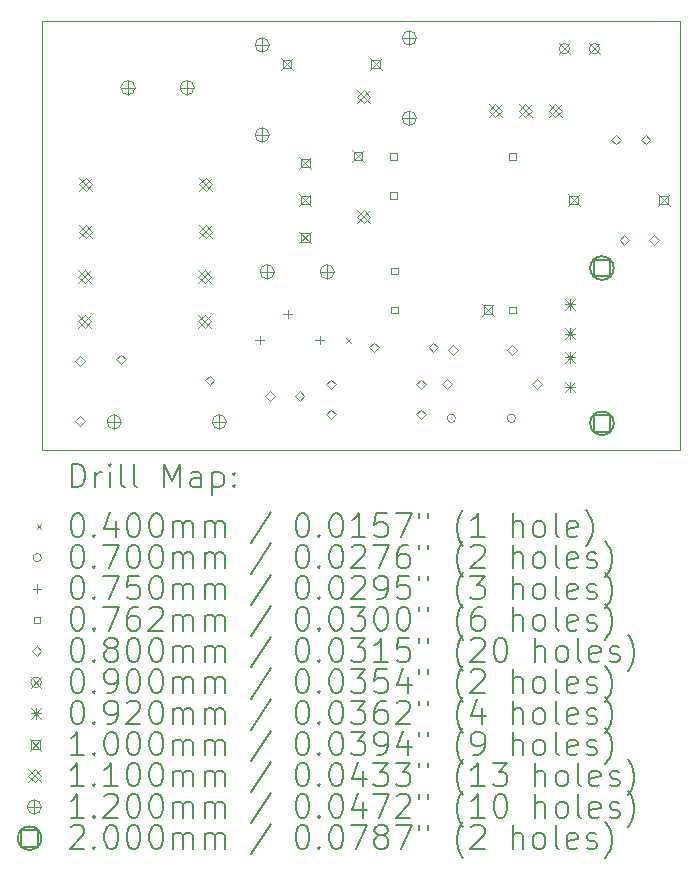
<source format=gbr>
%FSLAX45Y45*%
G04 Gerber Fmt 4.5, Leading zero omitted, Abs format (unit mm)*
G04 Created by KiCad (PCBNEW (6.0.5)) date 2022-05-08 20:17:06*
%MOMM*%
%LPD*%
G01*
G04 APERTURE LIST*
%TA.AperFunction,Profile*%
%ADD10C,0.100000*%
%TD*%
%ADD11C,0.200000*%
%ADD12C,0.040000*%
%ADD13C,0.070000*%
%ADD14C,0.075000*%
%ADD15C,0.076200*%
%ADD16C,0.080000*%
%ADD17C,0.090000*%
%ADD18C,0.092000*%
%ADD19C,0.100000*%
%ADD20C,0.110000*%
%ADD21C,0.120000*%
G04 APERTURE END LIST*
D10*
X8000000Y-9500000D02*
X13400000Y-9500000D01*
X13400000Y-9500000D02*
X13400000Y-13130000D01*
X13400000Y-13130000D02*
X8000000Y-13130000D01*
X8000000Y-13130000D02*
X8000000Y-9500000D01*
D11*
D12*
X10575000Y-12180000D02*
X10615000Y-12220000D01*
X10615000Y-12180000D02*
X10575000Y-12220000D01*
D13*
X11501000Y-12860000D02*
G75*
G03*
X11501000Y-12860000I-35000J0D01*
G01*
X12009000Y-12860000D02*
G75*
G03*
X12009000Y-12860000I-35000J0D01*
G01*
D14*
X9842000Y-12159500D02*
X9842000Y-12234500D01*
X9804500Y-12197000D02*
X9879500Y-12197000D01*
X10082000Y-11939500D02*
X10082000Y-12014500D01*
X10044500Y-11977000D02*
X10119500Y-11977000D01*
X10352000Y-12159500D02*
X10352000Y-12234500D01*
X10314500Y-12197000D02*
X10389500Y-12197000D01*
D15*
X11001941Y-10671941D02*
X11001941Y-10618059D01*
X10948059Y-10618059D01*
X10948059Y-10671941D01*
X11001941Y-10671941D01*
X11001941Y-11001941D02*
X11001941Y-10948059D01*
X10948059Y-10948059D01*
X10948059Y-11001941D01*
X11001941Y-11001941D01*
X11011941Y-11641941D02*
X11011941Y-11588059D01*
X10958059Y-11588059D01*
X10958059Y-11641941D01*
X11011941Y-11641941D01*
X11011941Y-11971941D02*
X11011941Y-11918059D01*
X10958059Y-11918059D01*
X10958059Y-11971941D01*
X11011941Y-11971941D01*
X12011941Y-10671941D02*
X12011941Y-10618059D01*
X11958059Y-10618059D01*
X11958059Y-10671941D01*
X12011941Y-10671941D01*
X12011941Y-11971941D02*
X12011941Y-11918059D01*
X11958059Y-11918059D01*
X11958059Y-11971941D01*
X12011941Y-11971941D01*
D16*
X8320000Y-12416000D02*
X8360000Y-12376000D01*
X8320000Y-12336000D01*
X8280000Y-12376000D01*
X8320000Y-12416000D01*
X8320000Y-12924000D02*
X8360000Y-12884000D01*
X8320000Y-12844000D01*
X8280000Y-12884000D01*
X8320000Y-12924000D01*
X8670000Y-12400000D02*
X8710000Y-12360000D01*
X8670000Y-12320000D01*
X8630000Y-12360000D01*
X8670000Y-12400000D01*
X9420000Y-12580000D02*
X9460000Y-12540000D01*
X9420000Y-12500000D01*
X9380000Y-12540000D01*
X9420000Y-12580000D01*
X9930511Y-12710000D02*
X9970511Y-12670000D01*
X9930511Y-12630000D01*
X9890511Y-12670000D01*
X9930511Y-12710000D01*
X10180511Y-12710000D02*
X10220511Y-12670000D01*
X10180511Y-12630000D01*
X10140511Y-12670000D01*
X10180511Y-12710000D01*
X10448000Y-12613500D02*
X10488000Y-12573500D01*
X10448000Y-12533500D01*
X10408000Y-12573500D01*
X10448000Y-12613500D01*
X10448000Y-12867500D02*
X10488000Y-12827500D01*
X10448000Y-12787500D01*
X10408000Y-12827500D01*
X10448000Y-12867500D01*
X10812569Y-12300000D02*
X10852569Y-12260000D01*
X10812569Y-12220000D01*
X10772569Y-12260000D01*
X10812569Y-12300000D01*
X11210000Y-12613500D02*
X11250000Y-12573500D01*
X11210000Y-12533500D01*
X11170000Y-12573500D01*
X11210000Y-12613500D01*
X11210000Y-12867500D02*
X11250000Y-12827500D01*
X11210000Y-12787500D01*
X11170000Y-12827500D01*
X11210000Y-12867500D01*
X11312569Y-12300000D02*
X11352569Y-12260000D01*
X11312569Y-12220000D01*
X11272569Y-12260000D01*
X11312569Y-12300000D01*
X11429000Y-12610000D02*
X11469000Y-12570000D01*
X11429000Y-12530000D01*
X11389000Y-12570000D01*
X11429000Y-12610000D01*
X11480000Y-12320000D02*
X11520000Y-12280000D01*
X11480000Y-12240000D01*
X11440000Y-12280000D01*
X11480000Y-12320000D01*
X11980000Y-12320000D02*
X12020000Y-12280000D01*
X11980000Y-12240000D01*
X11940000Y-12280000D01*
X11980000Y-12320000D01*
X12191000Y-12610000D02*
X12231000Y-12570000D01*
X12191000Y-12530000D01*
X12151000Y-12570000D01*
X12191000Y-12610000D01*
X12861762Y-10540000D02*
X12901762Y-10500000D01*
X12861762Y-10460000D01*
X12821762Y-10500000D01*
X12861762Y-10540000D01*
X12930000Y-11390000D02*
X12970000Y-11350000D01*
X12930000Y-11310000D01*
X12890000Y-11350000D01*
X12930000Y-11390000D01*
X13111762Y-10540000D02*
X13151762Y-10500000D01*
X13111762Y-10460000D01*
X13071762Y-10500000D01*
X13111762Y-10540000D01*
X13180000Y-11390000D02*
X13220000Y-11350000D01*
X13180000Y-11310000D01*
X13140000Y-11350000D01*
X13180000Y-11390000D01*
D17*
X12378500Y-9685000D02*
X12468500Y-9775000D01*
X12468500Y-9685000D02*
X12378500Y-9775000D01*
X12468500Y-9730000D02*
G75*
G03*
X12468500Y-9730000I-45000J0D01*
G01*
X12632500Y-9685000D02*
X12722500Y-9775000D01*
X12722500Y-9685000D02*
X12632500Y-9775000D01*
X12722500Y-9730000D02*
G75*
G03*
X12722500Y-9730000I-45000J0D01*
G01*
D18*
X12424000Y-11849000D02*
X12516000Y-11941000D01*
X12516000Y-11849000D02*
X12424000Y-11941000D01*
X12470000Y-11849000D02*
X12470000Y-11941000D01*
X12424000Y-11895000D02*
X12516000Y-11895000D01*
X12424000Y-12099000D02*
X12516000Y-12191000D01*
X12516000Y-12099000D02*
X12424000Y-12191000D01*
X12470000Y-12099000D02*
X12470000Y-12191000D01*
X12424000Y-12145000D02*
X12516000Y-12145000D01*
X12424000Y-12299000D02*
X12516000Y-12391000D01*
X12516000Y-12299000D02*
X12424000Y-12391000D01*
X12470000Y-12299000D02*
X12470000Y-12391000D01*
X12424000Y-12345000D02*
X12516000Y-12345000D01*
X12424000Y-12549000D02*
X12516000Y-12641000D01*
X12516000Y-12549000D02*
X12424000Y-12641000D01*
X12470000Y-12549000D02*
X12470000Y-12641000D01*
X12424000Y-12595000D02*
X12516000Y-12595000D01*
D19*
X10025000Y-9810000D02*
X10125000Y-9910000D01*
X10125000Y-9810000D02*
X10025000Y-9910000D01*
X10110356Y-9895356D02*
X10110356Y-9824644D01*
X10039644Y-9824644D01*
X10039644Y-9895356D01*
X10110356Y-9895356D01*
X10180000Y-10650000D02*
X10280000Y-10750000D01*
X10280000Y-10650000D02*
X10180000Y-10750000D01*
X10265356Y-10735356D02*
X10265356Y-10664644D01*
X10194644Y-10664644D01*
X10194644Y-10735356D01*
X10265356Y-10735356D01*
X10180000Y-10964000D02*
X10280000Y-11064000D01*
X10280000Y-10964000D02*
X10180000Y-11064000D01*
X10265356Y-11049356D02*
X10265356Y-10978644D01*
X10194644Y-10978644D01*
X10194644Y-11049356D01*
X10265356Y-11049356D01*
X10180000Y-11280000D02*
X10280000Y-11380000D01*
X10280000Y-11280000D02*
X10180000Y-11380000D01*
X10265356Y-11365356D02*
X10265356Y-11294644D01*
X10194644Y-11294644D01*
X10194644Y-11365356D01*
X10265356Y-11365356D01*
X10627203Y-10591202D02*
X10727203Y-10691202D01*
X10727203Y-10591202D02*
X10627203Y-10691202D01*
X10712558Y-10676558D02*
X10712558Y-10605846D01*
X10641847Y-10605846D01*
X10641847Y-10676558D01*
X10712558Y-10676558D01*
X10775000Y-9810000D02*
X10875000Y-9910000D01*
X10875000Y-9810000D02*
X10775000Y-9910000D01*
X10860356Y-9895356D02*
X10860356Y-9824644D01*
X10789644Y-9824644D01*
X10789644Y-9895356D01*
X10860356Y-9895356D01*
X11723772Y-11890263D02*
X11823772Y-11990263D01*
X11823772Y-11890263D02*
X11723772Y-11990263D01*
X11809127Y-11975619D02*
X11809127Y-11904908D01*
X11738416Y-11904908D01*
X11738416Y-11975619D01*
X11809127Y-11975619D01*
X12451000Y-10960000D02*
X12551000Y-11060000D01*
X12551000Y-10960000D02*
X12451000Y-11060000D01*
X12536356Y-11045356D02*
X12536356Y-10974644D01*
X12465644Y-10974644D01*
X12465644Y-11045356D01*
X12536356Y-11045356D01*
X13213000Y-10960000D02*
X13313000Y-11060000D01*
X13313000Y-10960000D02*
X13213000Y-11060000D01*
X13298356Y-11045356D02*
X13298356Y-10974644D01*
X13227644Y-10974644D01*
X13227644Y-11045356D01*
X13298356Y-11045356D01*
D20*
X8307000Y-11605000D02*
X8417000Y-11715000D01*
X8417000Y-11605000D02*
X8307000Y-11715000D01*
X8362000Y-11715000D02*
X8417000Y-11660000D01*
X8362000Y-11605000D01*
X8307000Y-11660000D01*
X8362000Y-11715000D01*
X8307000Y-11985000D02*
X8417000Y-12095000D01*
X8417000Y-11985000D02*
X8307000Y-12095000D01*
X8362000Y-12095000D02*
X8417000Y-12040000D01*
X8362000Y-11985000D01*
X8307000Y-12040000D01*
X8362000Y-12095000D01*
X8317000Y-10825000D02*
X8427000Y-10935000D01*
X8427000Y-10825000D02*
X8317000Y-10935000D01*
X8372000Y-10935000D02*
X8427000Y-10880000D01*
X8372000Y-10825000D01*
X8317000Y-10880000D01*
X8372000Y-10935000D01*
X8317000Y-11225000D02*
X8427000Y-11335000D01*
X8427000Y-11225000D02*
X8317000Y-11335000D01*
X8372000Y-11335000D02*
X8427000Y-11280000D01*
X8372000Y-11225000D01*
X8317000Y-11280000D01*
X8372000Y-11335000D01*
X9323000Y-11605000D02*
X9433000Y-11715000D01*
X9433000Y-11605000D02*
X9323000Y-11715000D01*
X9378000Y-11715000D02*
X9433000Y-11660000D01*
X9378000Y-11605000D01*
X9323000Y-11660000D01*
X9378000Y-11715000D01*
X9323000Y-11985000D02*
X9433000Y-12095000D01*
X9433000Y-11985000D02*
X9323000Y-12095000D01*
X9378000Y-12095000D02*
X9433000Y-12040000D01*
X9378000Y-11985000D01*
X9323000Y-12040000D01*
X9378000Y-12095000D01*
X9333000Y-10825000D02*
X9443000Y-10935000D01*
X9443000Y-10825000D02*
X9333000Y-10935000D01*
X9388000Y-10935000D02*
X9443000Y-10880000D01*
X9388000Y-10825000D01*
X9333000Y-10880000D01*
X9388000Y-10935000D01*
X9333000Y-11225000D02*
X9443000Y-11335000D01*
X9443000Y-11225000D02*
X9333000Y-11335000D01*
X9388000Y-11335000D02*
X9443000Y-11280000D01*
X9388000Y-11225000D01*
X9333000Y-11280000D01*
X9388000Y-11335000D01*
X10670000Y-10082000D02*
X10780000Y-10192000D01*
X10780000Y-10082000D02*
X10670000Y-10192000D01*
X10725000Y-10192000D02*
X10780000Y-10137000D01*
X10725000Y-10082000D01*
X10670000Y-10137000D01*
X10725000Y-10192000D01*
X10670000Y-11098000D02*
X10780000Y-11208000D01*
X10780000Y-11098000D02*
X10670000Y-11208000D01*
X10725000Y-11208000D02*
X10780000Y-11153000D01*
X10725000Y-11098000D01*
X10670000Y-11153000D01*
X10725000Y-11208000D01*
X11781000Y-10199500D02*
X11891000Y-10309500D01*
X11891000Y-10199500D02*
X11781000Y-10309500D01*
X11836000Y-10309500D02*
X11891000Y-10254500D01*
X11836000Y-10199500D01*
X11781000Y-10254500D01*
X11836000Y-10309500D01*
X12035000Y-10199500D02*
X12145000Y-10309500D01*
X12145000Y-10199500D02*
X12035000Y-10309500D01*
X12090000Y-10309500D02*
X12145000Y-10254500D01*
X12090000Y-10199500D01*
X12035000Y-10254500D01*
X12090000Y-10309500D01*
X12289000Y-10199500D02*
X12399000Y-10309500D01*
X12399000Y-10199500D02*
X12289000Y-10309500D01*
X12344000Y-10309500D02*
X12399000Y-10254500D01*
X12344000Y-10199500D01*
X12289000Y-10254500D01*
X12344000Y-10309500D01*
D21*
X8610000Y-12830000D02*
X8610000Y-12950000D01*
X8550000Y-12890000D02*
X8670000Y-12890000D01*
X8670000Y-12890000D02*
G75*
G03*
X8670000Y-12890000I-60000J0D01*
G01*
X8728479Y-10000000D02*
X8728479Y-10120000D01*
X8668479Y-10060000D02*
X8788479Y-10060000D01*
X8788479Y-10060000D02*
G75*
G03*
X8788479Y-10060000I-60000J0D01*
G01*
X9228479Y-10000000D02*
X9228479Y-10120000D01*
X9168479Y-10060000D02*
X9288479Y-10060000D01*
X9288479Y-10060000D02*
G75*
G03*
X9288479Y-10060000I-60000J0D01*
G01*
X9500000Y-12830000D02*
X9500000Y-12950000D01*
X9440000Y-12890000D02*
X9560000Y-12890000D01*
X9560000Y-12890000D02*
G75*
G03*
X9560000Y-12890000I-60000J0D01*
G01*
X9864000Y-9639000D02*
X9864000Y-9759000D01*
X9804000Y-9699000D02*
X9924000Y-9699000D01*
X9924000Y-9699000D02*
G75*
G03*
X9924000Y-9699000I-60000J0D01*
G01*
X9864000Y-10401000D02*
X9864000Y-10521000D01*
X9804000Y-10461000D02*
X9924000Y-10461000D01*
X9924000Y-10461000D02*
G75*
G03*
X9924000Y-10461000I-60000J0D01*
G01*
X9906000Y-11560000D02*
X9906000Y-11680000D01*
X9846000Y-11620000D02*
X9966000Y-11620000D01*
X9966000Y-11620000D02*
G75*
G03*
X9966000Y-11620000I-60000J0D01*
G01*
X10414000Y-11560000D02*
X10414000Y-11680000D01*
X10354000Y-11620000D02*
X10474000Y-11620000D01*
X10474000Y-11620000D02*
G75*
G03*
X10474000Y-11620000I-60000J0D01*
G01*
X11110000Y-9580000D02*
X11110000Y-9700000D01*
X11050000Y-9640000D02*
X11170000Y-9640000D01*
X11170000Y-9640000D02*
G75*
G03*
X11170000Y-9640000I-60000J0D01*
G01*
X11110000Y-10260000D02*
X11110000Y-10380000D01*
X11050000Y-10320000D02*
X11170000Y-10320000D01*
X11170000Y-10320000D02*
G75*
G03*
X11170000Y-10320000I-60000J0D01*
G01*
D11*
X12811711Y-11658711D02*
X12811711Y-11517289D01*
X12670289Y-11517289D01*
X12670289Y-11658711D01*
X12811711Y-11658711D01*
X12841000Y-11588000D02*
G75*
G03*
X12841000Y-11588000I-100000J0D01*
G01*
X12811711Y-12972711D02*
X12811711Y-12831289D01*
X12670289Y-12831289D01*
X12670289Y-12972711D01*
X12811711Y-12972711D01*
X12841000Y-12902000D02*
G75*
G03*
X12841000Y-12902000I-100000J0D01*
G01*
X8252619Y-13445476D02*
X8252619Y-13245476D01*
X8300238Y-13245476D01*
X8328809Y-13255000D01*
X8347857Y-13274048D01*
X8357381Y-13293095D01*
X8366905Y-13331190D01*
X8366905Y-13359762D01*
X8357381Y-13397857D01*
X8347857Y-13416905D01*
X8328809Y-13435952D01*
X8300238Y-13445476D01*
X8252619Y-13445476D01*
X8452619Y-13445476D02*
X8452619Y-13312143D01*
X8452619Y-13350238D02*
X8462143Y-13331190D01*
X8471667Y-13321667D01*
X8490714Y-13312143D01*
X8509762Y-13312143D01*
X8576429Y-13445476D02*
X8576429Y-13312143D01*
X8576429Y-13245476D02*
X8566905Y-13255000D01*
X8576429Y-13264524D01*
X8585952Y-13255000D01*
X8576429Y-13245476D01*
X8576429Y-13264524D01*
X8700238Y-13445476D02*
X8681190Y-13435952D01*
X8671667Y-13416905D01*
X8671667Y-13245476D01*
X8805000Y-13445476D02*
X8785952Y-13435952D01*
X8776429Y-13416905D01*
X8776429Y-13245476D01*
X9033571Y-13445476D02*
X9033571Y-13245476D01*
X9100238Y-13388333D01*
X9166905Y-13245476D01*
X9166905Y-13445476D01*
X9347857Y-13445476D02*
X9347857Y-13340714D01*
X9338333Y-13321667D01*
X9319286Y-13312143D01*
X9281190Y-13312143D01*
X9262143Y-13321667D01*
X9347857Y-13435952D02*
X9328810Y-13445476D01*
X9281190Y-13445476D01*
X9262143Y-13435952D01*
X9252619Y-13416905D01*
X9252619Y-13397857D01*
X9262143Y-13378809D01*
X9281190Y-13369286D01*
X9328810Y-13369286D01*
X9347857Y-13359762D01*
X9443095Y-13312143D02*
X9443095Y-13512143D01*
X9443095Y-13321667D02*
X9462143Y-13312143D01*
X9500238Y-13312143D01*
X9519286Y-13321667D01*
X9528810Y-13331190D01*
X9538333Y-13350238D01*
X9538333Y-13407381D01*
X9528810Y-13426428D01*
X9519286Y-13435952D01*
X9500238Y-13445476D01*
X9462143Y-13445476D01*
X9443095Y-13435952D01*
X9624048Y-13426428D02*
X9633571Y-13435952D01*
X9624048Y-13445476D01*
X9614524Y-13435952D01*
X9624048Y-13426428D01*
X9624048Y-13445476D01*
X9624048Y-13321667D02*
X9633571Y-13331190D01*
X9624048Y-13340714D01*
X9614524Y-13331190D01*
X9624048Y-13321667D01*
X9624048Y-13340714D01*
D12*
X7955000Y-13755000D02*
X7995000Y-13795000D01*
X7995000Y-13755000D02*
X7955000Y-13795000D01*
D11*
X8290714Y-13665476D02*
X8309762Y-13665476D01*
X8328809Y-13675000D01*
X8338333Y-13684524D01*
X8347857Y-13703571D01*
X8357381Y-13741667D01*
X8357381Y-13789286D01*
X8347857Y-13827381D01*
X8338333Y-13846428D01*
X8328809Y-13855952D01*
X8309762Y-13865476D01*
X8290714Y-13865476D01*
X8271667Y-13855952D01*
X8262143Y-13846428D01*
X8252619Y-13827381D01*
X8243095Y-13789286D01*
X8243095Y-13741667D01*
X8252619Y-13703571D01*
X8262143Y-13684524D01*
X8271667Y-13675000D01*
X8290714Y-13665476D01*
X8443095Y-13846428D02*
X8452619Y-13855952D01*
X8443095Y-13865476D01*
X8433571Y-13855952D01*
X8443095Y-13846428D01*
X8443095Y-13865476D01*
X8624048Y-13732143D02*
X8624048Y-13865476D01*
X8576429Y-13655952D02*
X8528810Y-13798809D01*
X8652619Y-13798809D01*
X8766905Y-13665476D02*
X8785952Y-13665476D01*
X8805000Y-13675000D01*
X8814524Y-13684524D01*
X8824048Y-13703571D01*
X8833571Y-13741667D01*
X8833571Y-13789286D01*
X8824048Y-13827381D01*
X8814524Y-13846428D01*
X8805000Y-13855952D01*
X8785952Y-13865476D01*
X8766905Y-13865476D01*
X8747857Y-13855952D01*
X8738333Y-13846428D01*
X8728810Y-13827381D01*
X8719286Y-13789286D01*
X8719286Y-13741667D01*
X8728810Y-13703571D01*
X8738333Y-13684524D01*
X8747857Y-13675000D01*
X8766905Y-13665476D01*
X8957381Y-13665476D02*
X8976429Y-13665476D01*
X8995476Y-13675000D01*
X9005000Y-13684524D01*
X9014524Y-13703571D01*
X9024048Y-13741667D01*
X9024048Y-13789286D01*
X9014524Y-13827381D01*
X9005000Y-13846428D01*
X8995476Y-13855952D01*
X8976429Y-13865476D01*
X8957381Y-13865476D01*
X8938333Y-13855952D01*
X8928810Y-13846428D01*
X8919286Y-13827381D01*
X8909762Y-13789286D01*
X8909762Y-13741667D01*
X8919286Y-13703571D01*
X8928810Y-13684524D01*
X8938333Y-13675000D01*
X8957381Y-13665476D01*
X9109762Y-13865476D02*
X9109762Y-13732143D01*
X9109762Y-13751190D02*
X9119286Y-13741667D01*
X9138333Y-13732143D01*
X9166905Y-13732143D01*
X9185952Y-13741667D01*
X9195476Y-13760714D01*
X9195476Y-13865476D01*
X9195476Y-13760714D02*
X9205000Y-13741667D01*
X9224048Y-13732143D01*
X9252619Y-13732143D01*
X9271667Y-13741667D01*
X9281190Y-13760714D01*
X9281190Y-13865476D01*
X9376429Y-13865476D02*
X9376429Y-13732143D01*
X9376429Y-13751190D02*
X9385952Y-13741667D01*
X9405000Y-13732143D01*
X9433571Y-13732143D01*
X9452619Y-13741667D01*
X9462143Y-13760714D01*
X9462143Y-13865476D01*
X9462143Y-13760714D02*
X9471667Y-13741667D01*
X9490714Y-13732143D01*
X9519286Y-13732143D01*
X9538333Y-13741667D01*
X9547857Y-13760714D01*
X9547857Y-13865476D01*
X9938333Y-13655952D02*
X9766905Y-13913095D01*
X10195476Y-13665476D02*
X10214524Y-13665476D01*
X10233571Y-13675000D01*
X10243095Y-13684524D01*
X10252619Y-13703571D01*
X10262143Y-13741667D01*
X10262143Y-13789286D01*
X10252619Y-13827381D01*
X10243095Y-13846428D01*
X10233571Y-13855952D01*
X10214524Y-13865476D01*
X10195476Y-13865476D01*
X10176429Y-13855952D01*
X10166905Y-13846428D01*
X10157381Y-13827381D01*
X10147857Y-13789286D01*
X10147857Y-13741667D01*
X10157381Y-13703571D01*
X10166905Y-13684524D01*
X10176429Y-13675000D01*
X10195476Y-13665476D01*
X10347857Y-13846428D02*
X10357381Y-13855952D01*
X10347857Y-13865476D01*
X10338333Y-13855952D01*
X10347857Y-13846428D01*
X10347857Y-13865476D01*
X10481190Y-13665476D02*
X10500238Y-13665476D01*
X10519286Y-13675000D01*
X10528810Y-13684524D01*
X10538333Y-13703571D01*
X10547857Y-13741667D01*
X10547857Y-13789286D01*
X10538333Y-13827381D01*
X10528810Y-13846428D01*
X10519286Y-13855952D01*
X10500238Y-13865476D01*
X10481190Y-13865476D01*
X10462143Y-13855952D01*
X10452619Y-13846428D01*
X10443095Y-13827381D01*
X10433571Y-13789286D01*
X10433571Y-13741667D01*
X10443095Y-13703571D01*
X10452619Y-13684524D01*
X10462143Y-13675000D01*
X10481190Y-13665476D01*
X10738333Y-13865476D02*
X10624048Y-13865476D01*
X10681190Y-13865476D02*
X10681190Y-13665476D01*
X10662143Y-13694048D01*
X10643095Y-13713095D01*
X10624048Y-13722619D01*
X10919286Y-13665476D02*
X10824048Y-13665476D01*
X10814524Y-13760714D01*
X10824048Y-13751190D01*
X10843095Y-13741667D01*
X10890714Y-13741667D01*
X10909762Y-13751190D01*
X10919286Y-13760714D01*
X10928810Y-13779762D01*
X10928810Y-13827381D01*
X10919286Y-13846428D01*
X10909762Y-13855952D01*
X10890714Y-13865476D01*
X10843095Y-13865476D01*
X10824048Y-13855952D01*
X10814524Y-13846428D01*
X10995476Y-13665476D02*
X11128810Y-13665476D01*
X11043095Y-13865476D01*
X11195476Y-13665476D02*
X11195476Y-13703571D01*
X11271667Y-13665476D02*
X11271667Y-13703571D01*
X11566905Y-13941667D02*
X11557381Y-13932143D01*
X11538333Y-13903571D01*
X11528809Y-13884524D01*
X11519286Y-13855952D01*
X11509762Y-13808333D01*
X11509762Y-13770238D01*
X11519286Y-13722619D01*
X11528809Y-13694048D01*
X11538333Y-13675000D01*
X11557381Y-13646428D01*
X11566905Y-13636905D01*
X11747857Y-13865476D02*
X11633571Y-13865476D01*
X11690714Y-13865476D02*
X11690714Y-13665476D01*
X11671667Y-13694048D01*
X11652619Y-13713095D01*
X11633571Y-13722619D01*
X11985952Y-13865476D02*
X11985952Y-13665476D01*
X12071667Y-13865476D02*
X12071667Y-13760714D01*
X12062143Y-13741667D01*
X12043095Y-13732143D01*
X12014524Y-13732143D01*
X11995476Y-13741667D01*
X11985952Y-13751190D01*
X12195476Y-13865476D02*
X12176428Y-13855952D01*
X12166905Y-13846428D01*
X12157381Y-13827381D01*
X12157381Y-13770238D01*
X12166905Y-13751190D01*
X12176428Y-13741667D01*
X12195476Y-13732143D01*
X12224048Y-13732143D01*
X12243095Y-13741667D01*
X12252619Y-13751190D01*
X12262143Y-13770238D01*
X12262143Y-13827381D01*
X12252619Y-13846428D01*
X12243095Y-13855952D01*
X12224048Y-13865476D01*
X12195476Y-13865476D01*
X12376428Y-13865476D02*
X12357381Y-13855952D01*
X12347857Y-13836905D01*
X12347857Y-13665476D01*
X12528809Y-13855952D02*
X12509762Y-13865476D01*
X12471667Y-13865476D01*
X12452619Y-13855952D01*
X12443095Y-13836905D01*
X12443095Y-13760714D01*
X12452619Y-13741667D01*
X12471667Y-13732143D01*
X12509762Y-13732143D01*
X12528809Y-13741667D01*
X12538333Y-13760714D01*
X12538333Y-13779762D01*
X12443095Y-13798809D01*
X12605000Y-13941667D02*
X12614524Y-13932143D01*
X12633571Y-13903571D01*
X12643095Y-13884524D01*
X12652619Y-13855952D01*
X12662143Y-13808333D01*
X12662143Y-13770238D01*
X12652619Y-13722619D01*
X12643095Y-13694048D01*
X12633571Y-13675000D01*
X12614524Y-13646428D01*
X12605000Y-13636905D01*
D13*
X7995000Y-14039000D02*
G75*
G03*
X7995000Y-14039000I-35000J0D01*
G01*
D11*
X8290714Y-13929476D02*
X8309762Y-13929476D01*
X8328809Y-13939000D01*
X8338333Y-13948524D01*
X8347857Y-13967571D01*
X8357381Y-14005667D01*
X8357381Y-14053286D01*
X8347857Y-14091381D01*
X8338333Y-14110428D01*
X8328809Y-14119952D01*
X8309762Y-14129476D01*
X8290714Y-14129476D01*
X8271667Y-14119952D01*
X8262143Y-14110428D01*
X8252619Y-14091381D01*
X8243095Y-14053286D01*
X8243095Y-14005667D01*
X8252619Y-13967571D01*
X8262143Y-13948524D01*
X8271667Y-13939000D01*
X8290714Y-13929476D01*
X8443095Y-14110428D02*
X8452619Y-14119952D01*
X8443095Y-14129476D01*
X8433571Y-14119952D01*
X8443095Y-14110428D01*
X8443095Y-14129476D01*
X8519286Y-13929476D02*
X8652619Y-13929476D01*
X8566905Y-14129476D01*
X8766905Y-13929476D02*
X8785952Y-13929476D01*
X8805000Y-13939000D01*
X8814524Y-13948524D01*
X8824048Y-13967571D01*
X8833571Y-14005667D01*
X8833571Y-14053286D01*
X8824048Y-14091381D01*
X8814524Y-14110428D01*
X8805000Y-14119952D01*
X8785952Y-14129476D01*
X8766905Y-14129476D01*
X8747857Y-14119952D01*
X8738333Y-14110428D01*
X8728810Y-14091381D01*
X8719286Y-14053286D01*
X8719286Y-14005667D01*
X8728810Y-13967571D01*
X8738333Y-13948524D01*
X8747857Y-13939000D01*
X8766905Y-13929476D01*
X8957381Y-13929476D02*
X8976429Y-13929476D01*
X8995476Y-13939000D01*
X9005000Y-13948524D01*
X9014524Y-13967571D01*
X9024048Y-14005667D01*
X9024048Y-14053286D01*
X9014524Y-14091381D01*
X9005000Y-14110428D01*
X8995476Y-14119952D01*
X8976429Y-14129476D01*
X8957381Y-14129476D01*
X8938333Y-14119952D01*
X8928810Y-14110428D01*
X8919286Y-14091381D01*
X8909762Y-14053286D01*
X8909762Y-14005667D01*
X8919286Y-13967571D01*
X8928810Y-13948524D01*
X8938333Y-13939000D01*
X8957381Y-13929476D01*
X9109762Y-14129476D02*
X9109762Y-13996143D01*
X9109762Y-14015190D02*
X9119286Y-14005667D01*
X9138333Y-13996143D01*
X9166905Y-13996143D01*
X9185952Y-14005667D01*
X9195476Y-14024714D01*
X9195476Y-14129476D01*
X9195476Y-14024714D02*
X9205000Y-14005667D01*
X9224048Y-13996143D01*
X9252619Y-13996143D01*
X9271667Y-14005667D01*
X9281190Y-14024714D01*
X9281190Y-14129476D01*
X9376429Y-14129476D02*
X9376429Y-13996143D01*
X9376429Y-14015190D02*
X9385952Y-14005667D01*
X9405000Y-13996143D01*
X9433571Y-13996143D01*
X9452619Y-14005667D01*
X9462143Y-14024714D01*
X9462143Y-14129476D01*
X9462143Y-14024714D02*
X9471667Y-14005667D01*
X9490714Y-13996143D01*
X9519286Y-13996143D01*
X9538333Y-14005667D01*
X9547857Y-14024714D01*
X9547857Y-14129476D01*
X9938333Y-13919952D02*
X9766905Y-14177095D01*
X10195476Y-13929476D02*
X10214524Y-13929476D01*
X10233571Y-13939000D01*
X10243095Y-13948524D01*
X10252619Y-13967571D01*
X10262143Y-14005667D01*
X10262143Y-14053286D01*
X10252619Y-14091381D01*
X10243095Y-14110428D01*
X10233571Y-14119952D01*
X10214524Y-14129476D01*
X10195476Y-14129476D01*
X10176429Y-14119952D01*
X10166905Y-14110428D01*
X10157381Y-14091381D01*
X10147857Y-14053286D01*
X10147857Y-14005667D01*
X10157381Y-13967571D01*
X10166905Y-13948524D01*
X10176429Y-13939000D01*
X10195476Y-13929476D01*
X10347857Y-14110428D02*
X10357381Y-14119952D01*
X10347857Y-14129476D01*
X10338333Y-14119952D01*
X10347857Y-14110428D01*
X10347857Y-14129476D01*
X10481190Y-13929476D02*
X10500238Y-13929476D01*
X10519286Y-13939000D01*
X10528810Y-13948524D01*
X10538333Y-13967571D01*
X10547857Y-14005667D01*
X10547857Y-14053286D01*
X10538333Y-14091381D01*
X10528810Y-14110428D01*
X10519286Y-14119952D01*
X10500238Y-14129476D01*
X10481190Y-14129476D01*
X10462143Y-14119952D01*
X10452619Y-14110428D01*
X10443095Y-14091381D01*
X10433571Y-14053286D01*
X10433571Y-14005667D01*
X10443095Y-13967571D01*
X10452619Y-13948524D01*
X10462143Y-13939000D01*
X10481190Y-13929476D01*
X10624048Y-13948524D02*
X10633571Y-13939000D01*
X10652619Y-13929476D01*
X10700238Y-13929476D01*
X10719286Y-13939000D01*
X10728810Y-13948524D01*
X10738333Y-13967571D01*
X10738333Y-13986619D01*
X10728810Y-14015190D01*
X10614524Y-14129476D01*
X10738333Y-14129476D01*
X10805000Y-13929476D02*
X10938333Y-13929476D01*
X10852619Y-14129476D01*
X11100238Y-13929476D02*
X11062143Y-13929476D01*
X11043095Y-13939000D01*
X11033571Y-13948524D01*
X11014524Y-13977095D01*
X11005000Y-14015190D01*
X11005000Y-14091381D01*
X11014524Y-14110428D01*
X11024048Y-14119952D01*
X11043095Y-14129476D01*
X11081190Y-14129476D01*
X11100238Y-14119952D01*
X11109762Y-14110428D01*
X11119286Y-14091381D01*
X11119286Y-14043762D01*
X11109762Y-14024714D01*
X11100238Y-14015190D01*
X11081190Y-14005667D01*
X11043095Y-14005667D01*
X11024048Y-14015190D01*
X11014524Y-14024714D01*
X11005000Y-14043762D01*
X11195476Y-13929476D02*
X11195476Y-13967571D01*
X11271667Y-13929476D02*
X11271667Y-13967571D01*
X11566905Y-14205667D02*
X11557381Y-14196143D01*
X11538333Y-14167571D01*
X11528809Y-14148524D01*
X11519286Y-14119952D01*
X11509762Y-14072333D01*
X11509762Y-14034238D01*
X11519286Y-13986619D01*
X11528809Y-13958048D01*
X11538333Y-13939000D01*
X11557381Y-13910428D01*
X11566905Y-13900905D01*
X11633571Y-13948524D02*
X11643095Y-13939000D01*
X11662143Y-13929476D01*
X11709762Y-13929476D01*
X11728809Y-13939000D01*
X11738333Y-13948524D01*
X11747857Y-13967571D01*
X11747857Y-13986619D01*
X11738333Y-14015190D01*
X11624048Y-14129476D01*
X11747857Y-14129476D01*
X11985952Y-14129476D02*
X11985952Y-13929476D01*
X12071667Y-14129476D02*
X12071667Y-14024714D01*
X12062143Y-14005667D01*
X12043095Y-13996143D01*
X12014524Y-13996143D01*
X11995476Y-14005667D01*
X11985952Y-14015190D01*
X12195476Y-14129476D02*
X12176428Y-14119952D01*
X12166905Y-14110428D01*
X12157381Y-14091381D01*
X12157381Y-14034238D01*
X12166905Y-14015190D01*
X12176428Y-14005667D01*
X12195476Y-13996143D01*
X12224048Y-13996143D01*
X12243095Y-14005667D01*
X12252619Y-14015190D01*
X12262143Y-14034238D01*
X12262143Y-14091381D01*
X12252619Y-14110428D01*
X12243095Y-14119952D01*
X12224048Y-14129476D01*
X12195476Y-14129476D01*
X12376428Y-14129476D02*
X12357381Y-14119952D01*
X12347857Y-14100905D01*
X12347857Y-13929476D01*
X12528809Y-14119952D02*
X12509762Y-14129476D01*
X12471667Y-14129476D01*
X12452619Y-14119952D01*
X12443095Y-14100905D01*
X12443095Y-14024714D01*
X12452619Y-14005667D01*
X12471667Y-13996143D01*
X12509762Y-13996143D01*
X12528809Y-14005667D01*
X12538333Y-14024714D01*
X12538333Y-14043762D01*
X12443095Y-14062809D01*
X12614524Y-14119952D02*
X12633571Y-14129476D01*
X12671667Y-14129476D01*
X12690714Y-14119952D01*
X12700238Y-14100905D01*
X12700238Y-14091381D01*
X12690714Y-14072333D01*
X12671667Y-14062809D01*
X12643095Y-14062809D01*
X12624048Y-14053286D01*
X12614524Y-14034238D01*
X12614524Y-14024714D01*
X12624048Y-14005667D01*
X12643095Y-13996143D01*
X12671667Y-13996143D01*
X12690714Y-14005667D01*
X12766905Y-14205667D02*
X12776428Y-14196143D01*
X12795476Y-14167571D01*
X12805000Y-14148524D01*
X12814524Y-14119952D01*
X12824048Y-14072333D01*
X12824048Y-14034238D01*
X12814524Y-13986619D01*
X12805000Y-13958048D01*
X12795476Y-13939000D01*
X12776428Y-13910428D01*
X12766905Y-13900905D01*
D14*
X7957500Y-14265500D02*
X7957500Y-14340500D01*
X7920000Y-14303000D02*
X7995000Y-14303000D01*
D11*
X8290714Y-14193476D02*
X8309762Y-14193476D01*
X8328809Y-14203000D01*
X8338333Y-14212524D01*
X8347857Y-14231571D01*
X8357381Y-14269667D01*
X8357381Y-14317286D01*
X8347857Y-14355381D01*
X8338333Y-14374428D01*
X8328809Y-14383952D01*
X8309762Y-14393476D01*
X8290714Y-14393476D01*
X8271667Y-14383952D01*
X8262143Y-14374428D01*
X8252619Y-14355381D01*
X8243095Y-14317286D01*
X8243095Y-14269667D01*
X8252619Y-14231571D01*
X8262143Y-14212524D01*
X8271667Y-14203000D01*
X8290714Y-14193476D01*
X8443095Y-14374428D02*
X8452619Y-14383952D01*
X8443095Y-14393476D01*
X8433571Y-14383952D01*
X8443095Y-14374428D01*
X8443095Y-14393476D01*
X8519286Y-14193476D02*
X8652619Y-14193476D01*
X8566905Y-14393476D01*
X8824048Y-14193476D02*
X8728810Y-14193476D01*
X8719286Y-14288714D01*
X8728810Y-14279190D01*
X8747857Y-14269667D01*
X8795476Y-14269667D01*
X8814524Y-14279190D01*
X8824048Y-14288714D01*
X8833571Y-14307762D01*
X8833571Y-14355381D01*
X8824048Y-14374428D01*
X8814524Y-14383952D01*
X8795476Y-14393476D01*
X8747857Y-14393476D01*
X8728810Y-14383952D01*
X8719286Y-14374428D01*
X8957381Y-14193476D02*
X8976429Y-14193476D01*
X8995476Y-14203000D01*
X9005000Y-14212524D01*
X9014524Y-14231571D01*
X9024048Y-14269667D01*
X9024048Y-14317286D01*
X9014524Y-14355381D01*
X9005000Y-14374428D01*
X8995476Y-14383952D01*
X8976429Y-14393476D01*
X8957381Y-14393476D01*
X8938333Y-14383952D01*
X8928810Y-14374428D01*
X8919286Y-14355381D01*
X8909762Y-14317286D01*
X8909762Y-14269667D01*
X8919286Y-14231571D01*
X8928810Y-14212524D01*
X8938333Y-14203000D01*
X8957381Y-14193476D01*
X9109762Y-14393476D02*
X9109762Y-14260143D01*
X9109762Y-14279190D02*
X9119286Y-14269667D01*
X9138333Y-14260143D01*
X9166905Y-14260143D01*
X9185952Y-14269667D01*
X9195476Y-14288714D01*
X9195476Y-14393476D01*
X9195476Y-14288714D02*
X9205000Y-14269667D01*
X9224048Y-14260143D01*
X9252619Y-14260143D01*
X9271667Y-14269667D01*
X9281190Y-14288714D01*
X9281190Y-14393476D01*
X9376429Y-14393476D02*
X9376429Y-14260143D01*
X9376429Y-14279190D02*
X9385952Y-14269667D01*
X9405000Y-14260143D01*
X9433571Y-14260143D01*
X9452619Y-14269667D01*
X9462143Y-14288714D01*
X9462143Y-14393476D01*
X9462143Y-14288714D02*
X9471667Y-14269667D01*
X9490714Y-14260143D01*
X9519286Y-14260143D01*
X9538333Y-14269667D01*
X9547857Y-14288714D01*
X9547857Y-14393476D01*
X9938333Y-14183952D02*
X9766905Y-14441095D01*
X10195476Y-14193476D02*
X10214524Y-14193476D01*
X10233571Y-14203000D01*
X10243095Y-14212524D01*
X10252619Y-14231571D01*
X10262143Y-14269667D01*
X10262143Y-14317286D01*
X10252619Y-14355381D01*
X10243095Y-14374428D01*
X10233571Y-14383952D01*
X10214524Y-14393476D01*
X10195476Y-14393476D01*
X10176429Y-14383952D01*
X10166905Y-14374428D01*
X10157381Y-14355381D01*
X10147857Y-14317286D01*
X10147857Y-14269667D01*
X10157381Y-14231571D01*
X10166905Y-14212524D01*
X10176429Y-14203000D01*
X10195476Y-14193476D01*
X10347857Y-14374428D02*
X10357381Y-14383952D01*
X10347857Y-14393476D01*
X10338333Y-14383952D01*
X10347857Y-14374428D01*
X10347857Y-14393476D01*
X10481190Y-14193476D02*
X10500238Y-14193476D01*
X10519286Y-14203000D01*
X10528810Y-14212524D01*
X10538333Y-14231571D01*
X10547857Y-14269667D01*
X10547857Y-14317286D01*
X10538333Y-14355381D01*
X10528810Y-14374428D01*
X10519286Y-14383952D01*
X10500238Y-14393476D01*
X10481190Y-14393476D01*
X10462143Y-14383952D01*
X10452619Y-14374428D01*
X10443095Y-14355381D01*
X10433571Y-14317286D01*
X10433571Y-14269667D01*
X10443095Y-14231571D01*
X10452619Y-14212524D01*
X10462143Y-14203000D01*
X10481190Y-14193476D01*
X10624048Y-14212524D02*
X10633571Y-14203000D01*
X10652619Y-14193476D01*
X10700238Y-14193476D01*
X10719286Y-14203000D01*
X10728810Y-14212524D01*
X10738333Y-14231571D01*
X10738333Y-14250619D01*
X10728810Y-14279190D01*
X10614524Y-14393476D01*
X10738333Y-14393476D01*
X10833571Y-14393476D02*
X10871667Y-14393476D01*
X10890714Y-14383952D01*
X10900238Y-14374428D01*
X10919286Y-14345857D01*
X10928810Y-14307762D01*
X10928810Y-14231571D01*
X10919286Y-14212524D01*
X10909762Y-14203000D01*
X10890714Y-14193476D01*
X10852619Y-14193476D01*
X10833571Y-14203000D01*
X10824048Y-14212524D01*
X10814524Y-14231571D01*
X10814524Y-14279190D01*
X10824048Y-14298238D01*
X10833571Y-14307762D01*
X10852619Y-14317286D01*
X10890714Y-14317286D01*
X10909762Y-14307762D01*
X10919286Y-14298238D01*
X10928810Y-14279190D01*
X11109762Y-14193476D02*
X11014524Y-14193476D01*
X11005000Y-14288714D01*
X11014524Y-14279190D01*
X11033571Y-14269667D01*
X11081190Y-14269667D01*
X11100238Y-14279190D01*
X11109762Y-14288714D01*
X11119286Y-14307762D01*
X11119286Y-14355381D01*
X11109762Y-14374428D01*
X11100238Y-14383952D01*
X11081190Y-14393476D01*
X11033571Y-14393476D01*
X11014524Y-14383952D01*
X11005000Y-14374428D01*
X11195476Y-14193476D02*
X11195476Y-14231571D01*
X11271667Y-14193476D02*
X11271667Y-14231571D01*
X11566905Y-14469667D02*
X11557381Y-14460143D01*
X11538333Y-14431571D01*
X11528809Y-14412524D01*
X11519286Y-14383952D01*
X11509762Y-14336333D01*
X11509762Y-14298238D01*
X11519286Y-14250619D01*
X11528809Y-14222048D01*
X11538333Y-14203000D01*
X11557381Y-14174428D01*
X11566905Y-14164905D01*
X11624048Y-14193476D02*
X11747857Y-14193476D01*
X11681190Y-14269667D01*
X11709762Y-14269667D01*
X11728809Y-14279190D01*
X11738333Y-14288714D01*
X11747857Y-14307762D01*
X11747857Y-14355381D01*
X11738333Y-14374428D01*
X11728809Y-14383952D01*
X11709762Y-14393476D01*
X11652619Y-14393476D01*
X11633571Y-14383952D01*
X11624048Y-14374428D01*
X11985952Y-14393476D02*
X11985952Y-14193476D01*
X12071667Y-14393476D02*
X12071667Y-14288714D01*
X12062143Y-14269667D01*
X12043095Y-14260143D01*
X12014524Y-14260143D01*
X11995476Y-14269667D01*
X11985952Y-14279190D01*
X12195476Y-14393476D02*
X12176428Y-14383952D01*
X12166905Y-14374428D01*
X12157381Y-14355381D01*
X12157381Y-14298238D01*
X12166905Y-14279190D01*
X12176428Y-14269667D01*
X12195476Y-14260143D01*
X12224048Y-14260143D01*
X12243095Y-14269667D01*
X12252619Y-14279190D01*
X12262143Y-14298238D01*
X12262143Y-14355381D01*
X12252619Y-14374428D01*
X12243095Y-14383952D01*
X12224048Y-14393476D01*
X12195476Y-14393476D01*
X12376428Y-14393476D02*
X12357381Y-14383952D01*
X12347857Y-14364905D01*
X12347857Y-14193476D01*
X12528809Y-14383952D02*
X12509762Y-14393476D01*
X12471667Y-14393476D01*
X12452619Y-14383952D01*
X12443095Y-14364905D01*
X12443095Y-14288714D01*
X12452619Y-14269667D01*
X12471667Y-14260143D01*
X12509762Y-14260143D01*
X12528809Y-14269667D01*
X12538333Y-14288714D01*
X12538333Y-14307762D01*
X12443095Y-14326809D01*
X12614524Y-14383952D02*
X12633571Y-14393476D01*
X12671667Y-14393476D01*
X12690714Y-14383952D01*
X12700238Y-14364905D01*
X12700238Y-14355381D01*
X12690714Y-14336333D01*
X12671667Y-14326809D01*
X12643095Y-14326809D01*
X12624048Y-14317286D01*
X12614524Y-14298238D01*
X12614524Y-14288714D01*
X12624048Y-14269667D01*
X12643095Y-14260143D01*
X12671667Y-14260143D01*
X12690714Y-14269667D01*
X12766905Y-14469667D02*
X12776428Y-14460143D01*
X12795476Y-14431571D01*
X12805000Y-14412524D01*
X12814524Y-14383952D01*
X12824048Y-14336333D01*
X12824048Y-14298238D01*
X12814524Y-14250619D01*
X12805000Y-14222048D01*
X12795476Y-14203000D01*
X12776428Y-14174428D01*
X12766905Y-14164905D01*
D15*
X7983841Y-14593941D02*
X7983841Y-14540059D01*
X7929959Y-14540059D01*
X7929959Y-14593941D01*
X7983841Y-14593941D01*
D11*
X8290714Y-14457476D02*
X8309762Y-14457476D01*
X8328809Y-14467000D01*
X8338333Y-14476524D01*
X8347857Y-14495571D01*
X8357381Y-14533667D01*
X8357381Y-14581286D01*
X8347857Y-14619381D01*
X8338333Y-14638428D01*
X8328809Y-14647952D01*
X8309762Y-14657476D01*
X8290714Y-14657476D01*
X8271667Y-14647952D01*
X8262143Y-14638428D01*
X8252619Y-14619381D01*
X8243095Y-14581286D01*
X8243095Y-14533667D01*
X8252619Y-14495571D01*
X8262143Y-14476524D01*
X8271667Y-14467000D01*
X8290714Y-14457476D01*
X8443095Y-14638428D02*
X8452619Y-14647952D01*
X8443095Y-14657476D01*
X8433571Y-14647952D01*
X8443095Y-14638428D01*
X8443095Y-14657476D01*
X8519286Y-14457476D02*
X8652619Y-14457476D01*
X8566905Y-14657476D01*
X8814524Y-14457476D02*
X8776429Y-14457476D01*
X8757381Y-14467000D01*
X8747857Y-14476524D01*
X8728810Y-14505095D01*
X8719286Y-14543190D01*
X8719286Y-14619381D01*
X8728810Y-14638428D01*
X8738333Y-14647952D01*
X8757381Y-14657476D01*
X8795476Y-14657476D01*
X8814524Y-14647952D01*
X8824048Y-14638428D01*
X8833571Y-14619381D01*
X8833571Y-14571762D01*
X8824048Y-14552714D01*
X8814524Y-14543190D01*
X8795476Y-14533667D01*
X8757381Y-14533667D01*
X8738333Y-14543190D01*
X8728810Y-14552714D01*
X8719286Y-14571762D01*
X8909762Y-14476524D02*
X8919286Y-14467000D01*
X8938333Y-14457476D01*
X8985952Y-14457476D01*
X9005000Y-14467000D01*
X9014524Y-14476524D01*
X9024048Y-14495571D01*
X9024048Y-14514619D01*
X9014524Y-14543190D01*
X8900238Y-14657476D01*
X9024048Y-14657476D01*
X9109762Y-14657476D02*
X9109762Y-14524143D01*
X9109762Y-14543190D02*
X9119286Y-14533667D01*
X9138333Y-14524143D01*
X9166905Y-14524143D01*
X9185952Y-14533667D01*
X9195476Y-14552714D01*
X9195476Y-14657476D01*
X9195476Y-14552714D02*
X9205000Y-14533667D01*
X9224048Y-14524143D01*
X9252619Y-14524143D01*
X9271667Y-14533667D01*
X9281190Y-14552714D01*
X9281190Y-14657476D01*
X9376429Y-14657476D02*
X9376429Y-14524143D01*
X9376429Y-14543190D02*
X9385952Y-14533667D01*
X9405000Y-14524143D01*
X9433571Y-14524143D01*
X9452619Y-14533667D01*
X9462143Y-14552714D01*
X9462143Y-14657476D01*
X9462143Y-14552714D02*
X9471667Y-14533667D01*
X9490714Y-14524143D01*
X9519286Y-14524143D01*
X9538333Y-14533667D01*
X9547857Y-14552714D01*
X9547857Y-14657476D01*
X9938333Y-14447952D02*
X9766905Y-14705095D01*
X10195476Y-14457476D02*
X10214524Y-14457476D01*
X10233571Y-14467000D01*
X10243095Y-14476524D01*
X10252619Y-14495571D01*
X10262143Y-14533667D01*
X10262143Y-14581286D01*
X10252619Y-14619381D01*
X10243095Y-14638428D01*
X10233571Y-14647952D01*
X10214524Y-14657476D01*
X10195476Y-14657476D01*
X10176429Y-14647952D01*
X10166905Y-14638428D01*
X10157381Y-14619381D01*
X10147857Y-14581286D01*
X10147857Y-14533667D01*
X10157381Y-14495571D01*
X10166905Y-14476524D01*
X10176429Y-14467000D01*
X10195476Y-14457476D01*
X10347857Y-14638428D02*
X10357381Y-14647952D01*
X10347857Y-14657476D01*
X10338333Y-14647952D01*
X10347857Y-14638428D01*
X10347857Y-14657476D01*
X10481190Y-14457476D02*
X10500238Y-14457476D01*
X10519286Y-14467000D01*
X10528810Y-14476524D01*
X10538333Y-14495571D01*
X10547857Y-14533667D01*
X10547857Y-14581286D01*
X10538333Y-14619381D01*
X10528810Y-14638428D01*
X10519286Y-14647952D01*
X10500238Y-14657476D01*
X10481190Y-14657476D01*
X10462143Y-14647952D01*
X10452619Y-14638428D01*
X10443095Y-14619381D01*
X10433571Y-14581286D01*
X10433571Y-14533667D01*
X10443095Y-14495571D01*
X10452619Y-14476524D01*
X10462143Y-14467000D01*
X10481190Y-14457476D01*
X10614524Y-14457476D02*
X10738333Y-14457476D01*
X10671667Y-14533667D01*
X10700238Y-14533667D01*
X10719286Y-14543190D01*
X10728810Y-14552714D01*
X10738333Y-14571762D01*
X10738333Y-14619381D01*
X10728810Y-14638428D01*
X10719286Y-14647952D01*
X10700238Y-14657476D01*
X10643095Y-14657476D01*
X10624048Y-14647952D01*
X10614524Y-14638428D01*
X10862143Y-14457476D02*
X10881190Y-14457476D01*
X10900238Y-14467000D01*
X10909762Y-14476524D01*
X10919286Y-14495571D01*
X10928810Y-14533667D01*
X10928810Y-14581286D01*
X10919286Y-14619381D01*
X10909762Y-14638428D01*
X10900238Y-14647952D01*
X10881190Y-14657476D01*
X10862143Y-14657476D01*
X10843095Y-14647952D01*
X10833571Y-14638428D01*
X10824048Y-14619381D01*
X10814524Y-14581286D01*
X10814524Y-14533667D01*
X10824048Y-14495571D01*
X10833571Y-14476524D01*
X10843095Y-14467000D01*
X10862143Y-14457476D01*
X11052619Y-14457476D02*
X11071667Y-14457476D01*
X11090714Y-14467000D01*
X11100238Y-14476524D01*
X11109762Y-14495571D01*
X11119286Y-14533667D01*
X11119286Y-14581286D01*
X11109762Y-14619381D01*
X11100238Y-14638428D01*
X11090714Y-14647952D01*
X11071667Y-14657476D01*
X11052619Y-14657476D01*
X11033571Y-14647952D01*
X11024048Y-14638428D01*
X11014524Y-14619381D01*
X11005000Y-14581286D01*
X11005000Y-14533667D01*
X11014524Y-14495571D01*
X11024048Y-14476524D01*
X11033571Y-14467000D01*
X11052619Y-14457476D01*
X11195476Y-14457476D02*
X11195476Y-14495571D01*
X11271667Y-14457476D02*
X11271667Y-14495571D01*
X11566905Y-14733667D02*
X11557381Y-14724143D01*
X11538333Y-14695571D01*
X11528809Y-14676524D01*
X11519286Y-14647952D01*
X11509762Y-14600333D01*
X11509762Y-14562238D01*
X11519286Y-14514619D01*
X11528809Y-14486048D01*
X11538333Y-14467000D01*
X11557381Y-14438428D01*
X11566905Y-14428905D01*
X11728809Y-14457476D02*
X11690714Y-14457476D01*
X11671667Y-14467000D01*
X11662143Y-14476524D01*
X11643095Y-14505095D01*
X11633571Y-14543190D01*
X11633571Y-14619381D01*
X11643095Y-14638428D01*
X11652619Y-14647952D01*
X11671667Y-14657476D01*
X11709762Y-14657476D01*
X11728809Y-14647952D01*
X11738333Y-14638428D01*
X11747857Y-14619381D01*
X11747857Y-14571762D01*
X11738333Y-14552714D01*
X11728809Y-14543190D01*
X11709762Y-14533667D01*
X11671667Y-14533667D01*
X11652619Y-14543190D01*
X11643095Y-14552714D01*
X11633571Y-14571762D01*
X11985952Y-14657476D02*
X11985952Y-14457476D01*
X12071667Y-14657476D02*
X12071667Y-14552714D01*
X12062143Y-14533667D01*
X12043095Y-14524143D01*
X12014524Y-14524143D01*
X11995476Y-14533667D01*
X11985952Y-14543190D01*
X12195476Y-14657476D02*
X12176428Y-14647952D01*
X12166905Y-14638428D01*
X12157381Y-14619381D01*
X12157381Y-14562238D01*
X12166905Y-14543190D01*
X12176428Y-14533667D01*
X12195476Y-14524143D01*
X12224048Y-14524143D01*
X12243095Y-14533667D01*
X12252619Y-14543190D01*
X12262143Y-14562238D01*
X12262143Y-14619381D01*
X12252619Y-14638428D01*
X12243095Y-14647952D01*
X12224048Y-14657476D01*
X12195476Y-14657476D01*
X12376428Y-14657476D02*
X12357381Y-14647952D01*
X12347857Y-14628905D01*
X12347857Y-14457476D01*
X12528809Y-14647952D02*
X12509762Y-14657476D01*
X12471667Y-14657476D01*
X12452619Y-14647952D01*
X12443095Y-14628905D01*
X12443095Y-14552714D01*
X12452619Y-14533667D01*
X12471667Y-14524143D01*
X12509762Y-14524143D01*
X12528809Y-14533667D01*
X12538333Y-14552714D01*
X12538333Y-14571762D01*
X12443095Y-14590809D01*
X12614524Y-14647952D02*
X12633571Y-14657476D01*
X12671667Y-14657476D01*
X12690714Y-14647952D01*
X12700238Y-14628905D01*
X12700238Y-14619381D01*
X12690714Y-14600333D01*
X12671667Y-14590809D01*
X12643095Y-14590809D01*
X12624048Y-14581286D01*
X12614524Y-14562238D01*
X12614524Y-14552714D01*
X12624048Y-14533667D01*
X12643095Y-14524143D01*
X12671667Y-14524143D01*
X12690714Y-14533667D01*
X12766905Y-14733667D02*
X12776428Y-14724143D01*
X12795476Y-14695571D01*
X12805000Y-14676524D01*
X12814524Y-14647952D01*
X12824048Y-14600333D01*
X12824048Y-14562238D01*
X12814524Y-14514619D01*
X12805000Y-14486048D01*
X12795476Y-14467000D01*
X12776428Y-14438428D01*
X12766905Y-14428905D01*
D16*
X7955000Y-14871000D02*
X7995000Y-14831000D01*
X7955000Y-14791000D01*
X7915000Y-14831000D01*
X7955000Y-14871000D01*
D11*
X8290714Y-14721476D02*
X8309762Y-14721476D01*
X8328809Y-14731000D01*
X8338333Y-14740524D01*
X8347857Y-14759571D01*
X8357381Y-14797667D01*
X8357381Y-14845286D01*
X8347857Y-14883381D01*
X8338333Y-14902428D01*
X8328809Y-14911952D01*
X8309762Y-14921476D01*
X8290714Y-14921476D01*
X8271667Y-14911952D01*
X8262143Y-14902428D01*
X8252619Y-14883381D01*
X8243095Y-14845286D01*
X8243095Y-14797667D01*
X8252619Y-14759571D01*
X8262143Y-14740524D01*
X8271667Y-14731000D01*
X8290714Y-14721476D01*
X8443095Y-14902428D02*
X8452619Y-14911952D01*
X8443095Y-14921476D01*
X8433571Y-14911952D01*
X8443095Y-14902428D01*
X8443095Y-14921476D01*
X8566905Y-14807190D02*
X8547857Y-14797667D01*
X8538333Y-14788143D01*
X8528810Y-14769095D01*
X8528810Y-14759571D01*
X8538333Y-14740524D01*
X8547857Y-14731000D01*
X8566905Y-14721476D01*
X8605000Y-14721476D01*
X8624048Y-14731000D01*
X8633571Y-14740524D01*
X8643095Y-14759571D01*
X8643095Y-14769095D01*
X8633571Y-14788143D01*
X8624048Y-14797667D01*
X8605000Y-14807190D01*
X8566905Y-14807190D01*
X8547857Y-14816714D01*
X8538333Y-14826238D01*
X8528810Y-14845286D01*
X8528810Y-14883381D01*
X8538333Y-14902428D01*
X8547857Y-14911952D01*
X8566905Y-14921476D01*
X8605000Y-14921476D01*
X8624048Y-14911952D01*
X8633571Y-14902428D01*
X8643095Y-14883381D01*
X8643095Y-14845286D01*
X8633571Y-14826238D01*
X8624048Y-14816714D01*
X8605000Y-14807190D01*
X8766905Y-14721476D02*
X8785952Y-14721476D01*
X8805000Y-14731000D01*
X8814524Y-14740524D01*
X8824048Y-14759571D01*
X8833571Y-14797667D01*
X8833571Y-14845286D01*
X8824048Y-14883381D01*
X8814524Y-14902428D01*
X8805000Y-14911952D01*
X8785952Y-14921476D01*
X8766905Y-14921476D01*
X8747857Y-14911952D01*
X8738333Y-14902428D01*
X8728810Y-14883381D01*
X8719286Y-14845286D01*
X8719286Y-14797667D01*
X8728810Y-14759571D01*
X8738333Y-14740524D01*
X8747857Y-14731000D01*
X8766905Y-14721476D01*
X8957381Y-14721476D02*
X8976429Y-14721476D01*
X8995476Y-14731000D01*
X9005000Y-14740524D01*
X9014524Y-14759571D01*
X9024048Y-14797667D01*
X9024048Y-14845286D01*
X9014524Y-14883381D01*
X9005000Y-14902428D01*
X8995476Y-14911952D01*
X8976429Y-14921476D01*
X8957381Y-14921476D01*
X8938333Y-14911952D01*
X8928810Y-14902428D01*
X8919286Y-14883381D01*
X8909762Y-14845286D01*
X8909762Y-14797667D01*
X8919286Y-14759571D01*
X8928810Y-14740524D01*
X8938333Y-14731000D01*
X8957381Y-14721476D01*
X9109762Y-14921476D02*
X9109762Y-14788143D01*
X9109762Y-14807190D02*
X9119286Y-14797667D01*
X9138333Y-14788143D01*
X9166905Y-14788143D01*
X9185952Y-14797667D01*
X9195476Y-14816714D01*
X9195476Y-14921476D01*
X9195476Y-14816714D02*
X9205000Y-14797667D01*
X9224048Y-14788143D01*
X9252619Y-14788143D01*
X9271667Y-14797667D01*
X9281190Y-14816714D01*
X9281190Y-14921476D01*
X9376429Y-14921476D02*
X9376429Y-14788143D01*
X9376429Y-14807190D02*
X9385952Y-14797667D01*
X9405000Y-14788143D01*
X9433571Y-14788143D01*
X9452619Y-14797667D01*
X9462143Y-14816714D01*
X9462143Y-14921476D01*
X9462143Y-14816714D02*
X9471667Y-14797667D01*
X9490714Y-14788143D01*
X9519286Y-14788143D01*
X9538333Y-14797667D01*
X9547857Y-14816714D01*
X9547857Y-14921476D01*
X9938333Y-14711952D02*
X9766905Y-14969095D01*
X10195476Y-14721476D02*
X10214524Y-14721476D01*
X10233571Y-14731000D01*
X10243095Y-14740524D01*
X10252619Y-14759571D01*
X10262143Y-14797667D01*
X10262143Y-14845286D01*
X10252619Y-14883381D01*
X10243095Y-14902428D01*
X10233571Y-14911952D01*
X10214524Y-14921476D01*
X10195476Y-14921476D01*
X10176429Y-14911952D01*
X10166905Y-14902428D01*
X10157381Y-14883381D01*
X10147857Y-14845286D01*
X10147857Y-14797667D01*
X10157381Y-14759571D01*
X10166905Y-14740524D01*
X10176429Y-14731000D01*
X10195476Y-14721476D01*
X10347857Y-14902428D02*
X10357381Y-14911952D01*
X10347857Y-14921476D01*
X10338333Y-14911952D01*
X10347857Y-14902428D01*
X10347857Y-14921476D01*
X10481190Y-14721476D02*
X10500238Y-14721476D01*
X10519286Y-14731000D01*
X10528810Y-14740524D01*
X10538333Y-14759571D01*
X10547857Y-14797667D01*
X10547857Y-14845286D01*
X10538333Y-14883381D01*
X10528810Y-14902428D01*
X10519286Y-14911952D01*
X10500238Y-14921476D01*
X10481190Y-14921476D01*
X10462143Y-14911952D01*
X10452619Y-14902428D01*
X10443095Y-14883381D01*
X10433571Y-14845286D01*
X10433571Y-14797667D01*
X10443095Y-14759571D01*
X10452619Y-14740524D01*
X10462143Y-14731000D01*
X10481190Y-14721476D01*
X10614524Y-14721476D02*
X10738333Y-14721476D01*
X10671667Y-14797667D01*
X10700238Y-14797667D01*
X10719286Y-14807190D01*
X10728810Y-14816714D01*
X10738333Y-14835762D01*
X10738333Y-14883381D01*
X10728810Y-14902428D01*
X10719286Y-14911952D01*
X10700238Y-14921476D01*
X10643095Y-14921476D01*
X10624048Y-14911952D01*
X10614524Y-14902428D01*
X10928810Y-14921476D02*
X10814524Y-14921476D01*
X10871667Y-14921476D02*
X10871667Y-14721476D01*
X10852619Y-14750048D01*
X10833571Y-14769095D01*
X10814524Y-14778619D01*
X11109762Y-14721476D02*
X11014524Y-14721476D01*
X11005000Y-14816714D01*
X11014524Y-14807190D01*
X11033571Y-14797667D01*
X11081190Y-14797667D01*
X11100238Y-14807190D01*
X11109762Y-14816714D01*
X11119286Y-14835762D01*
X11119286Y-14883381D01*
X11109762Y-14902428D01*
X11100238Y-14911952D01*
X11081190Y-14921476D01*
X11033571Y-14921476D01*
X11014524Y-14911952D01*
X11005000Y-14902428D01*
X11195476Y-14721476D02*
X11195476Y-14759571D01*
X11271667Y-14721476D02*
X11271667Y-14759571D01*
X11566905Y-14997667D02*
X11557381Y-14988143D01*
X11538333Y-14959571D01*
X11528809Y-14940524D01*
X11519286Y-14911952D01*
X11509762Y-14864333D01*
X11509762Y-14826238D01*
X11519286Y-14778619D01*
X11528809Y-14750048D01*
X11538333Y-14731000D01*
X11557381Y-14702428D01*
X11566905Y-14692905D01*
X11633571Y-14740524D02*
X11643095Y-14731000D01*
X11662143Y-14721476D01*
X11709762Y-14721476D01*
X11728809Y-14731000D01*
X11738333Y-14740524D01*
X11747857Y-14759571D01*
X11747857Y-14778619D01*
X11738333Y-14807190D01*
X11624048Y-14921476D01*
X11747857Y-14921476D01*
X11871667Y-14721476D02*
X11890714Y-14721476D01*
X11909762Y-14731000D01*
X11919286Y-14740524D01*
X11928809Y-14759571D01*
X11938333Y-14797667D01*
X11938333Y-14845286D01*
X11928809Y-14883381D01*
X11919286Y-14902428D01*
X11909762Y-14911952D01*
X11890714Y-14921476D01*
X11871667Y-14921476D01*
X11852619Y-14911952D01*
X11843095Y-14902428D01*
X11833571Y-14883381D01*
X11824048Y-14845286D01*
X11824048Y-14797667D01*
X11833571Y-14759571D01*
X11843095Y-14740524D01*
X11852619Y-14731000D01*
X11871667Y-14721476D01*
X12176428Y-14921476D02*
X12176428Y-14721476D01*
X12262143Y-14921476D02*
X12262143Y-14816714D01*
X12252619Y-14797667D01*
X12233571Y-14788143D01*
X12205000Y-14788143D01*
X12185952Y-14797667D01*
X12176428Y-14807190D01*
X12385952Y-14921476D02*
X12366905Y-14911952D01*
X12357381Y-14902428D01*
X12347857Y-14883381D01*
X12347857Y-14826238D01*
X12357381Y-14807190D01*
X12366905Y-14797667D01*
X12385952Y-14788143D01*
X12414524Y-14788143D01*
X12433571Y-14797667D01*
X12443095Y-14807190D01*
X12452619Y-14826238D01*
X12452619Y-14883381D01*
X12443095Y-14902428D01*
X12433571Y-14911952D01*
X12414524Y-14921476D01*
X12385952Y-14921476D01*
X12566905Y-14921476D02*
X12547857Y-14911952D01*
X12538333Y-14892905D01*
X12538333Y-14721476D01*
X12719286Y-14911952D02*
X12700238Y-14921476D01*
X12662143Y-14921476D01*
X12643095Y-14911952D01*
X12633571Y-14892905D01*
X12633571Y-14816714D01*
X12643095Y-14797667D01*
X12662143Y-14788143D01*
X12700238Y-14788143D01*
X12719286Y-14797667D01*
X12728809Y-14816714D01*
X12728809Y-14835762D01*
X12633571Y-14854809D01*
X12805000Y-14911952D02*
X12824048Y-14921476D01*
X12862143Y-14921476D01*
X12881190Y-14911952D01*
X12890714Y-14892905D01*
X12890714Y-14883381D01*
X12881190Y-14864333D01*
X12862143Y-14854809D01*
X12833571Y-14854809D01*
X12814524Y-14845286D01*
X12805000Y-14826238D01*
X12805000Y-14816714D01*
X12814524Y-14797667D01*
X12833571Y-14788143D01*
X12862143Y-14788143D01*
X12881190Y-14797667D01*
X12957381Y-14997667D02*
X12966905Y-14988143D01*
X12985952Y-14959571D01*
X12995476Y-14940524D01*
X13005000Y-14911952D01*
X13014524Y-14864333D01*
X13014524Y-14826238D01*
X13005000Y-14778619D01*
X12995476Y-14750048D01*
X12985952Y-14731000D01*
X12966905Y-14702428D01*
X12957381Y-14692905D01*
D17*
X7905000Y-15050000D02*
X7995000Y-15140000D01*
X7995000Y-15050000D02*
X7905000Y-15140000D01*
X7995000Y-15095000D02*
G75*
G03*
X7995000Y-15095000I-45000J0D01*
G01*
D11*
X8290714Y-14985476D02*
X8309762Y-14985476D01*
X8328809Y-14995000D01*
X8338333Y-15004524D01*
X8347857Y-15023571D01*
X8357381Y-15061667D01*
X8357381Y-15109286D01*
X8347857Y-15147381D01*
X8338333Y-15166428D01*
X8328809Y-15175952D01*
X8309762Y-15185476D01*
X8290714Y-15185476D01*
X8271667Y-15175952D01*
X8262143Y-15166428D01*
X8252619Y-15147381D01*
X8243095Y-15109286D01*
X8243095Y-15061667D01*
X8252619Y-15023571D01*
X8262143Y-15004524D01*
X8271667Y-14995000D01*
X8290714Y-14985476D01*
X8443095Y-15166428D02*
X8452619Y-15175952D01*
X8443095Y-15185476D01*
X8433571Y-15175952D01*
X8443095Y-15166428D01*
X8443095Y-15185476D01*
X8547857Y-15185476D02*
X8585952Y-15185476D01*
X8605000Y-15175952D01*
X8614524Y-15166428D01*
X8633571Y-15137857D01*
X8643095Y-15099762D01*
X8643095Y-15023571D01*
X8633571Y-15004524D01*
X8624048Y-14995000D01*
X8605000Y-14985476D01*
X8566905Y-14985476D01*
X8547857Y-14995000D01*
X8538333Y-15004524D01*
X8528810Y-15023571D01*
X8528810Y-15071190D01*
X8538333Y-15090238D01*
X8547857Y-15099762D01*
X8566905Y-15109286D01*
X8605000Y-15109286D01*
X8624048Y-15099762D01*
X8633571Y-15090238D01*
X8643095Y-15071190D01*
X8766905Y-14985476D02*
X8785952Y-14985476D01*
X8805000Y-14995000D01*
X8814524Y-15004524D01*
X8824048Y-15023571D01*
X8833571Y-15061667D01*
X8833571Y-15109286D01*
X8824048Y-15147381D01*
X8814524Y-15166428D01*
X8805000Y-15175952D01*
X8785952Y-15185476D01*
X8766905Y-15185476D01*
X8747857Y-15175952D01*
X8738333Y-15166428D01*
X8728810Y-15147381D01*
X8719286Y-15109286D01*
X8719286Y-15061667D01*
X8728810Y-15023571D01*
X8738333Y-15004524D01*
X8747857Y-14995000D01*
X8766905Y-14985476D01*
X8957381Y-14985476D02*
X8976429Y-14985476D01*
X8995476Y-14995000D01*
X9005000Y-15004524D01*
X9014524Y-15023571D01*
X9024048Y-15061667D01*
X9024048Y-15109286D01*
X9014524Y-15147381D01*
X9005000Y-15166428D01*
X8995476Y-15175952D01*
X8976429Y-15185476D01*
X8957381Y-15185476D01*
X8938333Y-15175952D01*
X8928810Y-15166428D01*
X8919286Y-15147381D01*
X8909762Y-15109286D01*
X8909762Y-15061667D01*
X8919286Y-15023571D01*
X8928810Y-15004524D01*
X8938333Y-14995000D01*
X8957381Y-14985476D01*
X9109762Y-15185476D02*
X9109762Y-15052143D01*
X9109762Y-15071190D02*
X9119286Y-15061667D01*
X9138333Y-15052143D01*
X9166905Y-15052143D01*
X9185952Y-15061667D01*
X9195476Y-15080714D01*
X9195476Y-15185476D01*
X9195476Y-15080714D02*
X9205000Y-15061667D01*
X9224048Y-15052143D01*
X9252619Y-15052143D01*
X9271667Y-15061667D01*
X9281190Y-15080714D01*
X9281190Y-15185476D01*
X9376429Y-15185476D02*
X9376429Y-15052143D01*
X9376429Y-15071190D02*
X9385952Y-15061667D01*
X9405000Y-15052143D01*
X9433571Y-15052143D01*
X9452619Y-15061667D01*
X9462143Y-15080714D01*
X9462143Y-15185476D01*
X9462143Y-15080714D02*
X9471667Y-15061667D01*
X9490714Y-15052143D01*
X9519286Y-15052143D01*
X9538333Y-15061667D01*
X9547857Y-15080714D01*
X9547857Y-15185476D01*
X9938333Y-14975952D02*
X9766905Y-15233095D01*
X10195476Y-14985476D02*
X10214524Y-14985476D01*
X10233571Y-14995000D01*
X10243095Y-15004524D01*
X10252619Y-15023571D01*
X10262143Y-15061667D01*
X10262143Y-15109286D01*
X10252619Y-15147381D01*
X10243095Y-15166428D01*
X10233571Y-15175952D01*
X10214524Y-15185476D01*
X10195476Y-15185476D01*
X10176429Y-15175952D01*
X10166905Y-15166428D01*
X10157381Y-15147381D01*
X10147857Y-15109286D01*
X10147857Y-15061667D01*
X10157381Y-15023571D01*
X10166905Y-15004524D01*
X10176429Y-14995000D01*
X10195476Y-14985476D01*
X10347857Y-15166428D02*
X10357381Y-15175952D01*
X10347857Y-15185476D01*
X10338333Y-15175952D01*
X10347857Y-15166428D01*
X10347857Y-15185476D01*
X10481190Y-14985476D02*
X10500238Y-14985476D01*
X10519286Y-14995000D01*
X10528810Y-15004524D01*
X10538333Y-15023571D01*
X10547857Y-15061667D01*
X10547857Y-15109286D01*
X10538333Y-15147381D01*
X10528810Y-15166428D01*
X10519286Y-15175952D01*
X10500238Y-15185476D01*
X10481190Y-15185476D01*
X10462143Y-15175952D01*
X10452619Y-15166428D01*
X10443095Y-15147381D01*
X10433571Y-15109286D01*
X10433571Y-15061667D01*
X10443095Y-15023571D01*
X10452619Y-15004524D01*
X10462143Y-14995000D01*
X10481190Y-14985476D01*
X10614524Y-14985476D02*
X10738333Y-14985476D01*
X10671667Y-15061667D01*
X10700238Y-15061667D01*
X10719286Y-15071190D01*
X10728810Y-15080714D01*
X10738333Y-15099762D01*
X10738333Y-15147381D01*
X10728810Y-15166428D01*
X10719286Y-15175952D01*
X10700238Y-15185476D01*
X10643095Y-15185476D01*
X10624048Y-15175952D01*
X10614524Y-15166428D01*
X10919286Y-14985476D02*
X10824048Y-14985476D01*
X10814524Y-15080714D01*
X10824048Y-15071190D01*
X10843095Y-15061667D01*
X10890714Y-15061667D01*
X10909762Y-15071190D01*
X10919286Y-15080714D01*
X10928810Y-15099762D01*
X10928810Y-15147381D01*
X10919286Y-15166428D01*
X10909762Y-15175952D01*
X10890714Y-15185476D01*
X10843095Y-15185476D01*
X10824048Y-15175952D01*
X10814524Y-15166428D01*
X11100238Y-15052143D02*
X11100238Y-15185476D01*
X11052619Y-14975952D02*
X11005000Y-15118809D01*
X11128810Y-15118809D01*
X11195476Y-14985476D02*
X11195476Y-15023571D01*
X11271667Y-14985476D02*
X11271667Y-15023571D01*
X11566905Y-15261667D02*
X11557381Y-15252143D01*
X11538333Y-15223571D01*
X11528809Y-15204524D01*
X11519286Y-15175952D01*
X11509762Y-15128333D01*
X11509762Y-15090238D01*
X11519286Y-15042619D01*
X11528809Y-15014048D01*
X11538333Y-14995000D01*
X11557381Y-14966428D01*
X11566905Y-14956905D01*
X11633571Y-15004524D02*
X11643095Y-14995000D01*
X11662143Y-14985476D01*
X11709762Y-14985476D01*
X11728809Y-14995000D01*
X11738333Y-15004524D01*
X11747857Y-15023571D01*
X11747857Y-15042619D01*
X11738333Y-15071190D01*
X11624048Y-15185476D01*
X11747857Y-15185476D01*
X11985952Y-15185476D02*
X11985952Y-14985476D01*
X12071667Y-15185476D02*
X12071667Y-15080714D01*
X12062143Y-15061667D01*
X12043095Y-15052143D01*
X12014524Y-15052143D01*
X11995476Y-15061667D01*
X11985952Y-15071190D01*
X12195476Y-15185476D02*
X12176428Y-15175952D01*
X12166905Y-15166428D01*
X12157381Y-15147381D01*
X12157381Y-15090238D01*
X12166905Y-15071190D01*
X12176428Y-15061667D01*
X12195476Y-15052143D01*
X12224048Y-15052143D01*
X12243095Y-15061667D01*
X12252619Y-15071190D01*
X12262143Y-15090238D01*
X12262143Y-15147381D01*
X12252619Y-15166428D01*
X12243095Y-15175952D01*
X12224048Y-15185476D01*
X12195476Y-15185476D01*
X12376428Y-15185476D02*
X12357381Y-15175952D01*
X12347857Y-15156905D01*
X12347857Y-14985476D01*
X12528809Y-15175952D02*
X12509762Y-15185476D01*
X12471667Y-15185476D01*
X12452619Y-15175952D01*
X12443095Y-15156905D01*
X12443095Y-15080714D01*
X12452619Y-15061667D01*
X12471667Y-15052143D01*
X12509762Y-15052143D01*
X12528809Y-15061667D01*
X12538333Y-15080714D01*
X12538333Y-15099762D01*
X12443095Y-15118809D01*
X12614524Y-15175952D02*
X12633571Y-15185476D01*
X12671667Y-15185476D01*
X12690714Y-15175952D01*
X12700238Y-15156905D01*
X12700238Y-15147381D01*
X12690714Y-15128333D01*
X12671667Y-15118809D01*
X12643095Y-15118809D01*
X12624048Y-15109286D01*
X12614524Y-15090238D01*
X12614524Y-15080714D01*
X12624048Y-15061667D01*
X12643095Y-15052143D01*
X12671667Y-15052143D01*
X12690714Y-15061667D01*
X12766905Y-15261667D02*
X12776428Y-15252143D01*
X12795476Y-15223571D01*
X12805000Y-15204524D01*
X12814524Y-15175952D01*
X12824048Y-15128333D01*
X12824048Y-15090238D01*
X12814524Y-15042619D01*
X12805000Y-15014048D01*
X12795476Y-14995000D01*
X12776428Y-14966428D01*
X12766905Y-14956905D01*
D18*
X7903000Y-15313000D02*
X7995000Y-15405000D01*
X7995000Y-15313000D02*
X7903000Y-15405000D01*
X7949000Y-15313000D02*
X7949000Y-15405000D01*
X7903000Y-15359000D02*
X7995000Y-15359000D01*
D11*
X8290714Y-15249476D02*
X8309762Y-15249476D01*
X8328809Y-15259000D01*
X8338333Y-15268524D01*
X8347857Y-15287571D01*
X8357381Y-15325667D01*
X8357381Y-15373286D01*
X8347857Y-15411381D01*
X8338333Y-15430428D01*
X8328809Y-15439952D01*
X8309762Y-15449476D01*
X8290714Y-15449476D01*
X8271667Y-15439952D01*
X8262143Y-15430428D01*
X8252619Y-15411381D01*
X8243095Y-15373286D01*
X8243095Y-15325667D01*
X8252619Y-15287571D01*
X8262143Y-15268524D01*
X8271667Y-15259000D01*
X8290714Y-15249476D01*
X8443095Y-15430428D02*
X8452619Y-15439952D01*
X8443095Y-15449476D01*
X8433571Y-15439952D01*
X8443095Y-15430428D01*
X8443095Y-15449476D01*
X8547857Y-15449476D02*
X8585952Y-15449476D01*
X8605000Y-15439952D01*
X8614524Y-15430428D01*
X8633571Y-15401857D01*
X8643095Y-15363762D01*
X8643095Y-15287571D01*
X8633571Y-15268524D01*
X8624048Y-15259000D01*
X8605000Y-15249476D01*
X8566905Y-15249476D01*
X8547857Y-15259000D01*
X8538333Y-15268524D01*
X8528810Y-15287571D01*
X8528810Y-15335190D01*
X8538333Y-15354238D01*
X8547857Y-15363762D01*
X8566905Y-15373286D01*
X8605000Y-15373286D01*
X8624048Y-15363762D01*
X8633571Y-15354238D01*
X8643095Y-15335190D01*
X8719286Y-15268524D02*
X8728810Y-15259000D01*
X8747857Y-15249476D01*
X8795476Y-15249476D01*
X8814524Y-15259000D01*
X8824048Y-15268524D01*
X8833571Y-15287571D01*
X8833571Y-15306619D01*
X8824048Y-15335190D01*
X8709762Y-15449476D01*
X8833571Y-15449476D01*
X8957381Y-15249476D02*
X8976429Y-15249476D01*
X8995476Y-15259000D01*
X9005000Y-15268524D01*
X9014524Y-15287571D01*
X9024048Y-15325667D01*
X9024048Y-15373286D01*
X9014524Y-15411381D01*
X9005000Y-15430428D01*
X8995476Y-15439952D01*
X8976429Y-15449476D01*
X8957381Y-15449476D01*
X8938333Y-15439952D01*
X8928810Y-15430428D01*
X8919286Y-15411381D01*
X8909762Y-15373286D01*
X8909762Y-15325667D01*
X8919286Y-15287571D01*
X8928810Y-15268524D01*
X8938333Y-15259000D01*
X8957381Y-15249476D01*
X9109762Y-15449476D02*
X9109762Y-15316143D01*
X9109762Y-15335190D02*
X9119286Y-15325667D01*
X9138333Y-15316143D01*
X9166905Y-15316143D01*
X9185952Y-15325667D01*
X9195476Y-15344714D01*
X9195476Y-15449476D01*
X9195476Y-15344714D02*
X9205000Y-15325667D01*
X9224048Y-15316143D01*
X9252619Y-15316143D01*
X9271667Y-15325667D01*
X9281190Y-15344714D01*
X9281190Y-15449476D01*
X9376429Y-15449476D02*
X9376429Y-15316143D01*
X9376429Y-15335190D02*
X9385952Y-15325667D01*
X9405000Y-15316143D01*
X9433571Y-15316143D01*
X9452619Y-15325667D01*
X9462143Y-15344714D01*
X9462143Y-15449476D01*
X9462143Y-15344714D02*
X9471667Y-15325667D01*
X9490714Y-15316143D01*
X9519286Y-15316143D01*
X9538333Y-15325667D01*
X9547857Y-15344714D01*
X9547857Y-15449476D01*
X9938333Y-15239952D02*
X9766905Y-15497095D01*
X10195476Y-15249476D02*
X10214524Y-15249476D01*
X10233571Y-15259000D01*
X10243095Y-15268524D01*
X10252619Y-15287571D01*
X10262143Y-15325667D01*
X10262143Y-15373286D01*
X10252619Y-15411381D01*
X10243095Y-15430428D01*
X10233571Y-15439952D01*
X10214524Y-15449476D01*
X10195476Y-15449476D01*
X10176429Y-15439952D01*
X10166905Y-15430428D01*
X10157381Y-15411381D01*
X10147857Y-15373286D01*
X10147857Y-15325667D01*
X10157381Y-15287571D01*
X10166905Y-15268524D01*
X10176429Y-15259000D01*
X10195476Y-15249476D01*
X10347857Y-15430428D02*
X10357381Y-15439952D01*
X10347857Y-15449476D01*
X10338333Y-15439952D01*
X10347857Y-15430428D01*
X10347857Y-15449476D01*
X10481190Y-15249476D02*
X10500238Y-15249476D01*
X10519286Y-15259000D01*
X10528810Y-15268524D01*
X10538333Y-15287571D01*
X10547857Y-15325667D01*
X10547857Y-15373286D01*
X10538333Y-15411381D01*
X10528810Y-15430428D01*
X10519286Y-15439952D01*
X10500238Y-15449476D01*
X10481190Y-15449476D01*
X10462143Y-15439952D01*
X10452619Y-15430428D01*
X10443095Y-15411381D01*
X10433571Y-15373286D01*
X10433571Y-15325667D01*
X10443095Y-15287571D01*
X10452619Y-15268524D01*
X10462143Y-15259000D01*
X10481190Y-15249476D01*
X10614524Y-15249476D02*
X10738333Y-15249476D01*
X10671667Y-15325667D01*
X10700238Y-15325667D01*
X10719286Y-15335190D01*
X10728810Y-15344714D01*
X10738333Y-15363762D01*
X10738333Y-15411381D01*
X10728810Y-15430428D01*
X10719286Y-15439952D01*
X10700238Y-15449476D01*
X10643095Y-15449476D01*
X10624048Y-15439952D01*
X10614524Y-15430428D01*
X10909762Y-15249476D02*
X10871667Y-15249476D01*
X10852619Y-15259000D01*
X10843095Y-15268524D01*
X10824048Y-15297095D01*
X10814524Y-15335190D01*
X10814524Y-15411381D01*
X10824048Y-15430428D01*
X10833571Y-15439952D01*
X10852619Y-15449476D01*
X10890714Y-15449476D01*
X10909762Y-15439952D01*
X10919286Y-15430428D01*
X10928810Y-15411381D01*
X10928810Y-15363762D01*
X10919286Y-15344714D01*
X10909762Y-15335190D01*
X10890714Y-15325667D01*
X10852619Y-15325667D01*
X10833571Y-15335190D01*
X10824048Y-15344714D01*
X10814524Y-15363762D01*
X11005000Y-15268524D02*
X11014524Y-15259000D01*
X11033571Y-15249476D01*
X11081190Y-15249476D01*
X11100238Y-15259000D01*
X11109762Y-15268524D01*
X11119286Y-15287571D01*
X11119286Y-15306619D01*
X11109762Y-15335190D01*
X10995476Y-15449476D01*
X11119286Y-15449476D01*
X11195476Y-15249476D02*
X11195476Y-15287571D01*
X11271667Y-15249476D02*
X11271667Y-15287571D01*
X11566905Y-15525667D02*
X11557381Y-15516143D01*
X11538333Y-15487571D01*
X11528809Y-15468524D01*
X11519286Y-15439952D01*
X11509762Y-15392333D01*
X11509762Y-15354238D01*
X11519286Y-15306619D01*
X11528809Y-15278048D01*
X11538333Y-15259000D01*
X11557381Y-15230428D01*
X11566905Y-15220905D01*
X11728809Y-15316143D02*
X11728809Y-15449476D01*
X11681190Y-15239952D02*
X11633571Y-15382809D01*
X11757381Y-15382809D01*
X11985952Y-15449476D02*
X11985952Y-15249476D01*
X12071667Y-15449476D02*
X12071667Y-15344714D01*
X12062143Y-15325667D01*
X12043095Y-15316143D01*
X12014524Y-15316143D01*
X11995476Y-15325667D01*
X11985952Y-15335190D01*
X12195476Y-15449476D02*
X12176428Y-15439952D01*
X12166905Y-15430428D01*
X12157381Y-15411381D01*
X12157381Y-15354238D01*
X12166905Y-15335190D01*
X12176428Y-15325667D01*
X12195476Y-15316143D01*
X12224048Y-15316143D01*
X12243095Y-15325667D01*
X12252619Y-15335190D01*
X12262143Y-15354238D01*
X12262143Y-15411381D01*
X12252619Y-15430428D01*
X12243095Y-15439952D01*
X12224048Y-15449476D01*
X12195476Y-15449476D01*
X12376428Y-15449476D02*
X12357381Y-15439952D01*
X12347857Y-15420905D01*
X12347857Y-15249476D01*
X12528809Y-15439952D02*
X12509762Y-15449476D01*
X12471667Y-15449476D01*
X12452619Y-15439952D01*
X12443095Y-15420905D01*
X12443095Y-15344714D01*
X12452619Y-15325667D01*
X12471667Y-15316143D01*
X12509762Y-15316143D01*
X12528809Y-15325667D01*
X12538333Y-15344714D01*
X12538333Y-15363762D01*
X12443095Y-15382809D01*
X12614524Y-15439952D02*
X12633571Y-15449476D01*
X12671667Y-15449476D01*
X12690714Y-15439952D01*
X12700238Y-15420905D01*
X12700238Y-15411381D01*
X12690714Y-15392333D01*
X12671667Y-15382809D01*
X12643095Y-15382809D01*
X12624048Y-15373286D01*
X12614524Y-15354238D01*
X12614524Y-15344714D01*
X12624048Y-15325667D01*
X12643095Y-15316143D01*
X12671667Y-15316143D01*
X12690714Y-15325667D01*
X12766905Y-15525667D02*
X12776428Y-15516143D01*
X12795476Y-15487571D01*
X12805000Y-15468524D01*
X12814524Y-15439952D01*
X12824048Y-15392333D01*
X12824048Y-15354238D01*
X12814524Y-15306619D01*
X12805000Y-15278048D01*
X12795476Y-15259000D01*
X12776428Y-15230428D01*
X12766905Y-15220905D01*
D19*
X7895000Y-15573000D02*
X7995000Y-15673000D01*
X7995000Y-15573000D02*
X7895000Y-15673000D01*
X7980356Y-15658356D02*
X7980356Y-15587644D01*
X7909644Y-15587644D01*
X7909644Y-15658356D01*
X7980356Y-15658356D01*
D11*
X8357381Y-15713476D02*
X8243095Y-15713476D01*
X8300238Y-15713476D02*
X8300238Y-15513476D01*
X8281190Y-15542048D01*
X8262143Y-15561095D01*
X8243095Y-15570619D01*
X8443095Y-15694428D02*
X8452619Y-15703952D01*
X8443095Y-15713476D01*
X8433571Y-15703952D01*
X8443095Y-15694428D01*
X8443095Y-15713476D01*
X8576429Y-15513476D02*
X8595476Y-15513476D01*
X8614524Y-15523000D01*
X8624048Y-15532524D01*
X8633571Y-15551571D01*
X8643095Y-15589667D01*
X8643095Y-15637286D01*
X8633571Y-15675381D01*
X8624048Y-15694428D01*
X8614524Y-15703952D01*
X8595476Y-15713476D01*
X8576429Y-15713476D01*
X8557381Y-15703952D01*
X8547857Y-15694428D01*
X8538333Y-15675381D01*
X8528810Y-15637286D01*
X8528810Y-15589667D01*
X8538333Y-15551571D01*
X8547857Y-15532524D01*
X8557381Y-15523000D01*
X8576429Y-15513476D01*
X8766905Y-15513476D02*
X8785952Y-15513476D01*
X8805000Y-15523000D01*
X8814524Y-15532524D01*
X8824048Y-15551571D01*
X8833571Y-15589667D01*
X8833571Y-15637286D01*
X8824048Y-15675381D01*
X8814524Y-15694428D01*
X8805000Y-15703952D01*
X8785952Y-15713476D01*
X8766905Y-15713476D01*
X8747857Y-15703952D01*
X8738333Y-15694428D01*
X8728810Y-15675381D01*
X8719286Y-15637286D01*
X8719286Y-15589667D01*
X8728810Y-15551571D01*
X8738333Y-15532524D01*
X8747857Y-15523000D01*
X8766905Y-15513476D01*
X8957381Y-15513476D02*
X8976429Y-15513476D01*
X8995476Y-15523000D01*
X9005000Y-15532524D01*
X9014524Y-15551571D01*
X9024048Y-15589667D01*
X9024048Y-15637286D01*
X9014524Y-15675381D01*
X9005000Y-15694428D01*
X8995476Y-15703952D01*
X8976429Y-15713476D01*
X8957381Y-15713476D01*
X8938333Y-15703952D01*
X8928810Y-15694428D01*
X8919286Y-15675381D01*
X8909762Y-15637286D01*
X8909762Y-15589667D01*
X8919286Y-15551571D01*
X8928810Y-15532524D01*
X8938333Y-15523000D01*
X8957381Y-15513476D01*
X9109762Y-15713476D02*
X9109762Y-15580143D01*
X9109762Y-15599190D02*
X9119286Y-15589667D01*
X9138333Y-15580143D01*
X9166905Y-15580143D01*
X9185952Y-15589667D01*
X9195476Y-15608714D01*
X9195476Y-15713476D01*
X9195476Y-15608714D02*
X9205000Y-15589667D01*
X9224048Y-15580143D01*
X9252619Y-15580143D01*
X9271667Y-15589667D01*
X9281190Y-15608714D01*
X9281190Y-15713476D01*
X9376429Y-15713476D02*
X9376429Y-15580143D01*
X9376429Y-15599190D02*
X9385952Y-15589667D01*
X9405000Y-15580143D01*
X9433571Y-15580143D01*
X9452619Y-15589667D01*
X9462143Y-15608714D01*
X9462143Y-15713476D01*
X9462143Y-15608714D02*
X9471667Y-15589667D01*
X9490714Y-15580143D01*
X9519286Y-15580143D01*
X9538333Y-15589667D01*
X9547857Y-15608714D01*
X9547857Y-15713476D01*
X9938333Y-15503952D02*
X9766905Y-15761095D01*
X10195476Y-15513476D02*
X10214524Y-15513476D01*
X10233571Y-15523000D01*
X10243095Y-15532524D01*
X10252619Y-15551571D01*
X10262143Y-15589667D01*
X10262143Y-15637286D01*
X10252619Y-15675381D01*
X10243095Y-15694428D01*
X10233571Y-15703952D01*
X10214524Y-15713476D01*
X10195476Y-15713476D01*
X10176429Y-15703952D01*
X10166905Y-15694428D01*
X10157381Y-15675381D01*
X10147857Y-15637286D01*
X10147857Y-15589667D01*
X10157381Y-15551571D01*
X10166905Y-15532524D01*
X10176429Y-15523000D01*
X10195476Y-15513476D01*
X10347857Y-15694428D02*
X10357381Y-15703952D01*
X10347857Y-15713476D01*
X10338333Y-15703952D01*
X10347857Y-15694428D01*
X10347857Y-15713476D01*
X10481190Y-15513476D02*
X10500238Y-15513476D01*
X10519286Y-15523000D01*
X10528810Y-15532524D01*
X10538333Y-15551571D01*
X10547857Y-15589667D01*
X10547857Y-15637286D01*
X10538333Y-15675381D01*
X10528810Y-15694428D01*
X10519286Y-15703952D01*
X10500238Y-15713476D01*
X10481190Y-15713476D01*
X10462143Y-15703952D01*
X10452619Y-15694428D01*
X10443095Y-15675381D01*
X10433571Y-15637286D01*
X10433571Y-15589667D01*
X10443095Y-15551571D01*
X10452619Y-15532524D01*
X10462143Y-15523000D01*
X10481190Y-15513476D01*
X10614524Y-15513476D02*
X10738333Y-15513476D01*
X10671667Y-15589667D01*
X10700238Y-15589667D01*
X10719286Y-15599190D01*
X10728810Y-15608714D01*
X10738333Y-15627762D01*
X10738333Y-15675381D01*
X10728810Y-15694428D01*
X10719286Y-15703952D01*
X10700238Y-15713476D01*
X10643095Y-15713476D01*
X10624048Y-15703952D01*
X10614524Y-15694428D01*
X10833571Y-15713476D02*
X10871667Y-15713476D01*
X10890714Y-15703952D01*
X10900238Y-15694428D01*
X10919286Y-15665857D01*
X10928810Y-15627762D01*
X10928810Y-15551571D01*
X10919286Y-15532524D01*
X10909762Y-15523000D01*
X10890714Y-15513476D01*
X10852619Y-15513476D01*
X10833571Y-15523000D01*
X10824048Y-15532524D01*
X10814524Y-15551571D01*
X10814524Y-15599190D01*
X10824048Y-15618238D01*
X10833571Y-15627762D01*
X10852619Y-15637286D01*
X10890714Y-15637286D01*
X10909762Y-15627762D01*
X10919286Y-15618238D01*
X10928810Y-15599190D01*
X11100238Y-15580143D02*
X11100238Y-15713476D01*
X11052619Y-15503952D02*
X11005000Y-15646809D01*
X11128810Y-15646809D01*
X11195476Y-15513476D02*
X11195476Y-15551571D01*
X11271667Y-15513476D02*
X11271667Y-15551571D01*
X11566905Y-15789667D02*
X11557381Y-15780143D01*
X11538333Y-15751571D01*
X11528809Y-15732524D01*
X11519286Y-15703952D01*
X11509762Y-15656333D01*
X11509762Y-15618238D01*
X11519286Y-15570619D01*
X11528809Y-15542048D01*
X11538333Y-15523000D01*
X11557381Y-15494428D01*
X11566905Y-15484905D01*
X11652619Y-15713476D02*
X11690714Y-15713476D01*
X11709762Y-15703952D01*
X11719286Y-15694428D01*
X11738333Y-15665857D01*
X11747857Y-15627762D01*
X11747857Y-15551571D01*
X11738333Y-15532524D01*
X11728809Y-15523000D01*
X11709762Y-15513476D01*
X11671667Y-15513476D01*
X11652619Y-15523000D01*
X11643095Y-15532524D01*
X11633571Y-15551571D01*
X11633571Y-15599190D01*
X11643095Y-15618238D01*
X11652619Y-15627762D01*
X11671667Y-15637286D01*
X11709762Y-15637286D01*
X11728809Y-15627762D01*
X11738333Y-15618238D01*
X11747857Y-15599190D01*
X11985952Y-15713476D02*
X11985952Y-15513476D01*
X12071667Y-15713476D02*
X12071667Y-15608714D01*
X12062143Y-15589667D01*
X12043095Y-15580143D01*
X12014524Y-15580143D01*
X11995476Y-15589667D01*
X11985952Y-15599190D01*
X12195476Y-15713476D02*
X12176428Y-15703952D01*
X12166905Y-15694428D01*
X12157381Y-15675381D01*
X12157381Y-15618238D01*
X12166905Y-15599190D01*
X12176428Y-15589667D01*
X12195476Y-15580143D01*
X12224048Y-15580143D01*
X12243095Y-15589667D01*
X12252619Y-15599190D01*
X12262143Y-15618238D01*
X12262143Y-15675381D01*
X12252619Y-15694428D01*
X12243095Y-15703952D01*
X12224048Y-15713476D01*
X12195476Y-15713476D01*
X12376428Y-15713476D02*
X12357381Y-15703952D01*
X12347857Y-15684905D01*
X12347857Y-15513476D01*
X12528809Y-15703952D02*
X12509762Y-15713476D01*
X12471667Y-15713476D01*
X12452619Y-15703952D01*
X12443095Y-15684905D01*
X12443095Y-15608714D01*
X12452619Y-15589667D01*
X12471667Y-15580143D01*
X12509762Y-15580143D01*
X12528809Y-15589667D01*
X12538333Y-15608714D01*
X12538333Y-15627762D01*
X12443095Y-15646809D01*
X12614524Y-15703952D02*
X12633571Y-15713476D01*
X12671667Y-15713476D01*
X12690714Y-15703952D01*
X12700238Y-15684905D01*
X12700238Y-15675381D01*
X12690714Y-15656333D01*
X12671667Y-15646809D01*
X12643095Y-15646809D01*
X12624048Y-15637286D01*
X12614524Y-15618238D01*
X12614524Y-15608714D01*
X12624048Y-15589667D01*
X12643095Y-15580143D01*
X12671667Y-15580143D01*
X12690714Y-15589667D01*
X12766905Y-15789667D02*
X12776428Y-15780143D01*
X12795476Y-15751571D01*
X12805000Y-15732524D01*
X12814524Y-15703952D01*
X12824048Y-15656333D01*
X12824048Y-15618238D01*
X12814524Y-15570619D01*
X12805000Y-15542048D01*
X12795476Y-15523000D01*
X12776428Y-15494428D01*
X12766905Y-15484905D01*
D20*
X7885000Y-15832000D02*
X7995000Y-15942000D01*
X7995000Y-15832000D02*
X7885000Y-15942000D01*
X7940000Y-15942000D02*
X7995000Y-15887000D01*
X7940000Y-15832000D01*
X7885000Y-15887000D01*
X7940000Y-15942000D01*
D11*
X8357381Y-15977476D02*
X8243095Y-15977476D01*
X8300238Y-15977476D02*
X8300238Y-15777476D01*
X8281190Y-15806048D01*
X8262143Y-15825095D01*
X8243095Y-15834619D01*
X8443095Y-15958428D02*
X8452619Y-15967952D01*
X8443095Y-15977476D01*
X8433571Y-15967952D01*
X8443095Y-15958428D01*
X8443095Y-15977476D01*
X8643095Y-15977476D02*
X8528810Y-15977476D01*
X8585952Y-15977476D02*
X8585952Y-15777476D01*
X8566905Y-15806048D01*
X8547857Y-15825095D01*
X8528810Y-15834619D01*
X8766905Y-15777476D02*
X8785952Y-15777476D01*
X8805000Y-15787000D01*
X8814524Y-15796524D01*
X8824048Y-15815571D01*
X8833571Y-15853667D01*
X8833571Y-15901286D01*
X8824048Y-15939381D01*
X8814524Y-15958428D01*
X8805000Y-15967952D01*
X8785952Y-15977476D01*
X8766905Y-15977476D01*
X8747857Y-15967952D01*
X8738333Y-15958428D01*
X8728810Y-15939381D01*
X8719286Y-15901286D01*
X8719286Y-15853667D01*
X8728810Y-15815571D01*
X8738333Y-15796524D01*
X8747857Y-15787000D01*
X8766905Y-15777476D01*
X8957381Y-15777476D02*
X8976429Y-15777476D01*
X8995476Y-15787000D01*
X9005000Y-15796524D01*
X9014524Y-15815571D01*
X9024048Y-15853667D01*
X9024048Y-15901286D01*
X9014524Y-15939381D01*
X9005000Y-15958428D01*
X8995476Y-15967952D01*
X8976429Y-15977476D01*
X8957381Y-15977476D01*
X8938333Y-15967952D01*
X8928810Y-15958428D01*
X8919286Y-15939381D01*
X8909762Y-15901286D01*
X8909762Y-15853667D01*
X8919286Y-15815571D01*
X8928810Y-15796524D01*
X8938333Y-15787000D01*
X8957381Y-15777476D01*
X9109762Y-15977476D02*
X9109762Y-15844143D01*
X9109762Y-15863190D02*
X9119286Y-15853667D01*
X9138333Y-15844143D01*
X9166905Y-15844143D01*
X9185952Y-15853667D01*
X9195476Y-15872714D01*
X9195476Y-15977476D01*
X9195476Y-15872714D02*
X9205000Y-15853667D01*
X9224048Y-15844143D01*
X9252619Y-15844143D01*
X9271667Y-15853667D01*
X9281190Y-15872714D01*
X9281190Y-15977476D01*
X9376429Y-15977476D02*
X9376429Y-15844143D01*
X9376429Y-15863190D02*
X9385952Y-15853667D01*
X9405000Y-15844143D01*
X9433571Y-15844143D01*
X9452619Y-15853667D01*
X9462143Y-15872714D01*
X9462143Y-15977476D01*
X9462143Y-15872714D02*
X9471667Y-15853667D01*
X9490714Y-15844143D01*
X9519286Y-15844143D01*
X9538333Y-15853667D01*
X9547857Y-15872714D01*
X9547857Y-15977476D01*
X9938333Y-15767952D02*
X9766905Y-16025095D01*
X10195476Y-15777476D02*
X10214524Y-15777476D01*
X10233571Y-15787000D01*
X10243095Y-15796524D01*
X10252619Y-15815571D01*
X10262143Y-15853667D01*
X10262143Y-15901286D01*
X10252619Y-15939381D01*
X10243095Y-15958428D01*
X10233571Y-15967952D01*
X10214524Y-15977476D01*
X10195476Y-15977476D01*
X10176429Y-15967952D01*
X10166905Y-15958428D01*
X10157381Y-15939381D01*
X10147857Y-15901286D01*
X10147857Y-15853667D01*
X10157381Y-15815571D01*
X10166905Y-15796524D01*
X10176429Y-15787000D01*
X10195476Y-15777476D01*
X10347857Y-15958428D02*
X10357381Y-15967952D01*
X10347857Y-15977476D01*
X10338333Y-15967952D01*
X10347857Y-15958428D01*
X10347857Y-15977476D01*
X10481190Y-15777476D02*
X10500238Y-15777476D01*
X10519286Y-15787000D01*
X10528810Y-15796524D01*
X10538333Y-15815571D01*
X10547857Y-15853667D01*
X10547857Y-15901286D01*
X10538333Y-15939381D01*
X10528810Y-15958428D01*
X10519286Y-15967952D01*
X10500238Y-15977476D01*
X10481190Y-15977476D01*
X10462143Y-15967952D01*
X10452619Y-15958428D01*
X10443095Y-15939381D01*
X10433571Y-15901286D01*
X10433571Y-15853667D01*
X10443095Y-15815571D01*
X10452619Y-15796524D01*
X10462143Y-15787000D01*
X10481190Y-15777476D01*
X10719286Y-15844143D02*
X10719286Y-15977476D01*
X10671667Y-15767952D02*
X10624048Y-15910809D01*
X10747857Y-15910809D01*
X10805000Y-15777476D02*
X10928810Y-15777476D01*
X10862143Y-15853667D01*
X10890714Y-15853667D01*
X10909762Y-15863190D01*
X10919286Y-15872714D01*
X10928810Y-15891762D01*
X10928810Y-15939381D01*
X10919286Y-15958428D01*
X10909762Y-15967952D01*
X10890714Y-15977476D01*
X10833571Y-15977476D01*
X10814524Y-15967952D01*
X10805000Y-15958428D01*
X10995476Y-15777476D02*
X11119286Y-15777476D01*
X11052619Y-15853667D01*
X11081190Y-15853667D01*
X11100238Y-15863190D01*
X11109762Y-15872714D01*
X11119286Y-15891762D01*
X11119286Y-15939381D01*
X11109762Y-15958428D01*
X11100238Y-15967952D01*
X11081190Y-15977476D01*
X11024048Y-15977476D01*
X11005000Y-15967952D01*
X10995476Y-15958428D01*
X11195476Y-15777476D02*
X11195476Y-15815571D01*
X11271667Y-15777476D02*
X11271667Y-15815571D01*
X11566905Y-16053667D02*
X11557381Y-16044143D01*
X11538333Y-16015571D01*
X11528809Y-15996524D01*
X11519286Y-15967952D01*
X11509762Y-15920333D01*
X11509762Y-15882238D01*
X11519286Y-15834619D01*
X11528809Y-15806048D01*
X11538333Y-15787000D01*
X11557381Y-15758428D01*
X11566905Y-15748905D01*
X11747857Y-15977476D02*
X11633571Y-15977476D01*
X11690714Y-15977476D02*
X11690714Y-15777476D01*
X11671667Y-15806048D01*
X11652619Y-15825095D01*
X11633571Y-15834619D01*
X11814524Y-15777476D02*
X11938333Y-15777476D01*
X11871667Y-15853667D01*
X11900238Y-15853667D01*
X11919286Y-15863190D01*
X11928809Y-15872714D01*
X11938333Y-15891762D01*
X11938333Y-15939381D01*
X11928809Y-15958428D01*
X11919286Y-15967952D01*
X11900238Y-15977476D01*
X11843095Y-15977476D01*
X11824048Y-15967952D01*
X11814524Y-15958428D01*
X12176428Y-15977476D02*
X12176428Y-15777476D01*
X12262143Y-15977476D02*
X12262143Y-15872714D01*
X12252619Y-15853667D01*
X12233571Y-15844143D01*
X12205000Y-15844143D01*
X12185952Y-15853667D01*
X12176428Y-15863190D01*
X12385952Y-15977476D02*
X12366905Y-15967952D01*
X12357381Y-15958428D01*
X12347857Y-15939381D01*
X12347857Y-15882238D01*
X12357381Y-15863190D01*
X12366905Y-15853667D01*
X12385952Y-15844143D01*
X12414524Y-15844143D01*
X12433571Y-15853667D01*
X12443095Y-15863190D01*
X12452619Y-15882238D01*
X12452619Y-15939381D01*
X12443095Y-15958428D01*
X12433571Y-15967952D01*
X12414524Y-15977476D01*
X12385952Y-15977476D01*
X12566905Y-15977476D02*
X12547857Y-15967952D01*
X12538333Y-15948905D01*
X12538333Y-15777476D01*
X12719286Y-15967952D02*
X12700238Y-15977476D01*
X12662143Y-15977476D01*
X12643095Y-15967952D01*
X12633571Y-15948905D01*
X12633571Y-15872714D01*
X12643095Y-15853667D01*
X12662143Y-15844143D01*
X12700238Y-15844143D01*
X12719286Y-15853667D01*
X12728809Y-15872714D01*
X12728809Y-15891762D01*
X12633571Y-15910809D01*
X12805000Y-15967952D02*
X12824048Y-15977476D01*
X12862143Y-15977476D01*
X12881190Y-15967952D01*
X12890714Y-15948905D01*
X12890714Y-15939381D01*
X12881190Y-15920333D01*
X12862143Y-15910809D01*
X12833571Y-15910809D01*
X12814524Y-15901286D01*
X12805000Y-15882238D01*
X12805000Y-15872714D01*
X12814524Y-15853667D01*
X12833571Y-15844143D01*
X12862143Y-15844143D01*
X12881190Y-15853667D01*
X12957381Y-16053667D02*
X12966905Y-16044143D01*
X12985952Y-16015571D01*
X12995476Y-15996524D01*
X13005000Y-15967952D01*
X13014524Y-15920333D01*
X13014524Y-15882238D01*
X13005000Y-15834619D01*
X12995476Y-15806048D01*
X12985952Y-15787000D01*
X12966905Y-15758428D01*
X12957381Y-15748905D01*
D21*
X7935000Y-16091000D02*
X7935000Y-16211000D01*
X7875000Y-16151000D02*
X7995000Y-16151000D01*
X7995000Y-16151000D02*
G75*
G03*
X7995000Y-16151000I-60000J0D01*
G01*
D11*
X8357381Y-16241476D02*
X8243095Y-16241476D01*
X8300238Y-16241476D02*
X8300238Y-16041476D01*
X8281190Y-16070048D01*
X8262143Y-16089095D01*
X8243095Y-16098619D01*
X8443095Y-16222428D02*
X8452619Y-16231952D01*
X8443095Y-16241476D01*
X8433571Y-16231952D01*
X8443095Y-16222428D01*
X8443095Y-16241476D01*
X8528810Y-16060524D02*
X8538333Y-16051000D01*
X8557381Y-16041476D01*
X8605000Y-16041476D01*
X8624048Y-16051000D01*
X8633571Y-16060524D01*
X8643095Y-16079571D01*
X8643095Y-16098619D01*
X8633571Y-16127190D01*
X8519286Y-16241476D01*
X8643095Y-16241476D01*
X8766905Y-16041476D02*
X8785952Y-16041476D01*
X8805000Y-16051000D01*
X8814524Y-16060524D01*
X8824048Y-16079571D01*
X8833571Y-16117667D01*
X8833571Y-16165286D01*
X8824048Y-16203381D01*
X8814524Y-16222428D01*
X8805000Y-16231952D01*
X8785952Y-16241476D01*
X8766905Y-16241476D01*
X8747857Y-16231952D01*
X8738333Y-16222428D01*
X8728810Y-16203381D01*
X8719286Y-16165286D01*
X8719286Y-16117667D01*
X8728810Y-16079571D01*
X8738333Y-16060524D01*
X8747857Y-16051000D01*
X8766905Y-16041476D01*
X8957381Y-16041476D02*
X8976429Y-16041476D01*
X8995476Y-16051000D01*
X9005000Y-16060524D01*
X9014524Y-16079571D01*
X9024048Y-16117667D01*
X9024048Y-16165286D01*
X9014524Y-16203381D01*
X9005000Y-16222428D01*
X8995476Y-16231952D01*
X8976429Y-16241476D01*
X8957381Y-16241476D01*
X8938333Y-16231952D01*
X8928810Y-16222428D01*
X8919286Y-16203381D01*
X8909762Y-16165286D01*
X8909762Y-16117667D01*
X8919286Y-16079571D01*
X8928810Y-16060524D01*
X8938333Y-16051000D01*
X8957381Y-16041476D01*
X9109762Y-16241476D02*
X9109762Y-16108143D01*
X9109762Y-16127190D02*
X9119286Y-16117667D01*
X9138333Y-16108143D01*
X9166905Y-16108143D01*
X9185952Y-16117667D01*
X9195476Y-16136714D01*
X9195476Y-16241476D01*
X9195476Y-16136714D02*
X9205000Y-16117667D01*
X9224048Y-16108143D01*
X9252619Y-16108143D01*
X9271667Y-16117667D01*
X9281190Y-16136714D01*
X9281190Y-16241476D01*
X9376429Y-16241476D02*
X9376429Y-16108143D01*
X9376429Y-16127190D02*
X9385952Y-16117667D01*
X9405000Y-16108143D01*
X9433571Y-16108143D01*
X9452619Y-16117667D01*
X9462143Y-16136714D01*
X9462143Y-16241476D01*
X9462143Y-16136714D02*
X9471667Y-16117667D01*
X9490714Y-16108143D01*
X9519286Y-16108143D01*
X9538333Y-16117667D01*
X9547857Y-16136714D01*
X9547857Y-16241476D01*
X9938333Y-16031952D02*
X9766905Y-16289095D01*
X10195476Y-16041476D02*
X10214524Y-16041476D01*
X10233571Y-16051000D01*
X10243095Y-16060524D01*
X10252619Y-16079571D01*
X10262143Y-16117667D01*
X10262143Y-16165286D01*
X10252619Y-16203381D01*
X10243095Y-16222428D01*
X10233571Y-16231952D01*
X10214524Y-16241476D01*
X10195476Y-16241476D01*
X10176429Y-16231952D01*
X10166905Y-16222428D01*
X10157381Y-16203381D01*
X10147857Y-16165286D01*
X10147857Y-16117667D01*
X10157381Y-16079571D01*
X10166905Y-16060524D01*
X10176429Y-16051000D01*
X10195476Y-16041476D01*
X10347857Y-16222428D02*
X10357381Y-16231952D01*
X10347857Y-16241476D01*
X10338333Y-16231952D01*
X10347857Y-16222428D01*
X10347857Y-16241476D01*
X10481190Y-16041476D02*
X10500238Y-16041476D01*
X10519286Y-16051000D01*
X10528810Y-16060524D01*
X10538333Y-16079571D01*
X10547857Y-16117667D01*
X10547857Y-16165286D01*
X10538333Y-16203381D01*
X10528810Y-16222428D01*
X10519286Y-16231952D01*
X10500238Y-16241476D01*
X10481190Y-16241476D01*
X10462143Y-16231952D01*
X10452619Y-16222428D01*
X10443095Y-16203381D01*
X10433571Y-16165286D01*
X10433571Y-16117667D01*
X10443095Y-16079571D01*
X10452619Y-16060524D01*
X10462143Y-16051000D01*
X10481190Y-16041476D01*
X10719286Y-16108143D02*
X10719286Y-16241476D01*
X10671667Y-16031952D02*
X10624048Y-16174809D01*
X10747857Y-16174809D01*
X10805000Y-16041476D02*
X10938333Y-16041476D01*
X10852619Y-16241476D01*
X11005000Y-16060524D02*
X11014524Y-16051000D01*
X11033571Y-16041476D01*
X11081190Y-16041476D01*
X11100238Y-16051000D01*
X11109762Y-16060524D01*
X11119286Y-16079571D01*
X11119286Y-16098619D01*
X11109762Y-16127190D01*
X10995476Y-16241476D01*
X11119286Y-16241476D01*
X11195476Y-16041476D02*
X11195476Y-16079571D01*
X11271667Y-16041476D02*
X11271667Y-16079571D01*
X11566905Y-16317667D02*
X11557381Y-16308143D01*
X11538333Y-16279571D01*
X11528809Y-16260524D01*
X11519286Y-16231952D01*
X11509762Y-16184333D01*
X11509762Y-16146238D01*
X11519286Y-16098619D01*
X11528809Y-16070048D01*
X11538333Y-16051000D01*
X11557381Y-16022428D01*
X11566905Y-16012905D01*
X11747857Y-16241476D02*
X11633571Y-16241476D01*
X11690714Y-16241476D02*
X11690714Y-16041476D01*
X11671667Y-16070048D01*
X11652619Y-16089095D01*
X11633571Y-16098619D01*
X11871667Y-16041476D02*
X11890714Y-16041476D01*
X11909762Y-16051000D01*
X11919286Y-16060524D01*
X11928809Y-16079571D01*
X11938333Y-16117667D01*
X11938333Y-16165286D01*
X11928809Y-16203381D01*
X11919286Y-16222428D01*
X11909762Y-16231952D01*
X11890714Y-16241476D01*
X11871667Y-16241476D01*
X11852619Y-16231952D01*
X11843095Y-16222428D01*
X11833571Y-16203381D01*
X11824048Y-16165286D01*
X11824048Y-16117667D01*
X11833571Y-16079571D01*
X11843095Y-16060524D01*
X11852619Y-16051000D01*
X11871667Y-16041476D01*
X12176428Y-16241476D02*
X12176428Y-16041476D01*
X12262143Y-16241476D02*
X12262143Y-16136714D01*
X12252619Y-16117667D01*
X12233571Y-16108143D01*
X12205000Y-16108143D01*
X12185952Y-16117667D01*
X12176428Y-16127190D01*
X12385952Y-16241476D02*
X12366905Y-16231952D01*
X12357381Y-16222428D01*
X12347857Y-16203381D01*
X12347857Y-16146238D01*
X12357381Y-16127190D01*
X12366905Y-16117667D01*
X12385952Y-16108143D01*
X12414524Y-16108143D01*
X12433571Y-16117667D01*
X12443095Y-16127190D01*
X12452619Y-16146238D01*
X12452619Y-16203381D01*
X12443095Y-16222428D01*
X12433571Y-16231952D01*
X12414524Y-16241476D01*
X12385952Y-16241476D01*
X12566905Y-16241476D02*
X12547857Y-16231952D01*
X12538333Y-16212905D01*
X12538333Y-16041476D01*
X12719286Y-16231952D02*
X12700238Y-16241476D01*
X12662143Y-16241476D01*
X12643095Y-16231952D01*
X12633571Y-16212905D01*
X12633571Y-16136714D01*
X12643095Y-16117667D01*
X12662143Y-16108143D01*
X12700238Y-16108143D01*
X12719286Y-16117667D01*
X12728809Y-16136714D01*
X12728809Y-16155762D01*
X12633571Y-16174809D01*
X12805000Y-16231952D02*
X12824048Y-16241476D01*
X12862143Y-16241476D01*
X12881190Y-16231952D01*
X12890714Y-16212905D01*
X12890714Y-16203381D01*
X12881190Y-16184333D01*
X12862143Y-16174809D01*
X12833571Y-16174809D01*
X12814524Y-16165286D01*
X12805000Y-16146238D01*
X12805000Y-16136714D01*
X12814524Y-16117667D01*
X12833571Y-16108143D01*
X12862143Y-16108143D01*
X12881190Y-16117667D01*
X12957381Y-16317667D02*
X12966905Y-16308143D01*
X12985952Y-16279571D01*
X12995476Y-16260524D01*
X13005000Y-16231952D01*
X13014524Y-16184333D01*
X13014524Y-16146238D01*
X13005000Y-16098619D01*
X12995476Y-16070048D01*
X12985952Y-16051000D01*
X12966905Y-16022428D01*
X12957381Y-16012905D01*
X7965711Y-16485711D02*
X7965711Y-16344289D01*
X7824289Y-16344289D01*
X7824289Y-16485711D01*
X7965711Y-16485711D01*
X7995000Y-16415000D02*
G75*
G03*
X7995000Y-16415000I-100000J0D01*
G01*
X8243095Y-16324524D02*
X8252619Y-16315000D01*
X8271667Y-16305476D01*
X8319286Y-16305476D01*
X8338333Y-16315000D01*
X8347857Y-16324524D01*
X8357381Y-16343571D01*
X8357381Y-16362619D01*
X8347857Y-16391190D01*
X8233571Y-16505476D01*
X8357381Y-16505476D01*
X8443095Y-16486428D02*
X8452619Y-16495952D01*
X8443095Y-16505476D01*
X8433571Y-16495952D01*
X8443095Y-16486428D01*
X8443095Y-16505476D01*
X8576429Y-16305476D02*
X8595476Y-16305476D01*
X8614524Y-16315000D01*
X8624048Y-16324524D01*
X8633571Y-16343571D01*
X8643095Y-16381667D01*
X8643095Y-16429286D01*
X8633571Y-16467381D01*
X8624048Y-16486428D01*
X8614524Y-16495952D01*
X8595476Y-16505476D01*
X8576429Y-16505476D01*
X8557381Y-16495952D01*
X8547857Y-16486428D01*
X8538333Y-16467381D01*
X8528810Y-16429286D01*
X8528810Y-16381667D01*
X8538333Y-16343571D01*
X8547857Y-16324524D01*
X8557381Y-16315000D01*
X8576429Y-16305476D01*
X8766905Y-16305476D02*
X8785952Y-16305476D01*
X8805000Y-16315000D01*
X8814524Y-16324524D01*
X8824048Y-16343571D01*
X8833571Y-16381667D01*
X8833571Y-16429286D01*
X8824048Y-16467381D01*
X8814524Y-16486428D01*
X8805000Y-16495952D01*
X8785952Y-16505476D01*
X8766905Y-16505476D01*
X8747857Y-16495952D01*
X8738333Y-16486428D01*
X8728810Y-16467381D01*
X8719286Y-16429286D01*
X8719286Y-16381667D01*
X8728810Y-16343571D01*
X8738333Y-16324524D01*
X8747857Y-16315000D01*
X8766905Y-16305476D01*
X8957381Y-16305476D02*
X8976429Y-16305476D01*
X8995476Y-16315000D01*
X9005000Y-16324524D01*
X9014524Y-16343571D01*
X9024048Y-16381667D01*
X9024048Y-16429286D01*
X9014524Y-16467381D01*
X9005000Y-16486428D01*
X8995476Y-16495952D01*
X8976429Y-16505476D01*
X8957381Y-16505476D01*
X8938333Y-16495952D01*
X8928810Y-16486428D01*
X8919286Y-16467381D01*
X8909762Y-16429286D01*
X8909762Y-16381667D01*
X8919286Y-16343571D01*
X8928810Y-16324524D01*
X8938333Y-16315000D01*
X8957381Y-16305476D01*
X9109762Y-16505476D02*
X9109762Y-16372143D01*
X9109762Y-16391190D02*
X9119286Y-16381667D01*
X9138333Y-16372143D01*
X9166905Y-16372143D01*
X9185952Y-16381667D01*
X9195476Y-16400714D01*
X9195476Y-16505476D01*
X9195476Y-16400714D02*
X9205000Y-16381667D01*
X9224048Y-16372143D01*
X9252619Y-16372143D01*
X9271667Y-16381667D01*
X9281190Y-16400714D01*
X9281190Y-16505476D01*
X9376429Y-16505476D02*
X9376429Y-16372143D01*
X9376429Y-16391190D02*
X9385952Y-16381667D01*
X9405000Y-16372143D01*
X9433571Y-16372143D01*
X9452619Y-16381667D01*
X9462143Y-16400714D01*
X9462143Y-16505476D01*
X9462143Y-16400714D02*
X9471667Y-16381667D01*
X9490714Y-16372143D01*
X9519286Y-16372143D01*
X9538333Y-16381667D01*
X9547857Y-16400714D01*
X9547857Y-16505476D01*
X9938333Y-16295952D02*
X9766905Y-16553095D01*
X10195476Y-16305476D02*
X10214524Y-16305476D01*
X10233571Y-16315000D01*
X10243095Y-16324524D01*
X10252619Y-16343571D01*
X10262143Y-16381667D01*
X10262143Y-16429286D01*
X10252619Y-16467381D01*
X10243095Y-16486428D01*
X10233571Y-16495952D01*
X10214524Y-16505476D01*
X10195476Y-16505476D01*
X10176429Y-16495952D01*
X10166905Y-16486428D01*
X10157381Y-16467381D01*
X10147857Y-16429286D01*
X10147857Y-16381667D01*
X10157381Y-16343571D01*
X10166905Y-16324524D01*
X10176429Y-16315000D01*
X10195476Y-16305476D01*
X10347857Y-16486428D02*
X10357381Y-16495952D01*
X10347857Y-16505476D01*
X10338333Y-16495952D01*
X10347857Y-16486428D01*
X10347857Y-16505476D01*
X10481190Y-16305476D02*
X10500238Y-16305476D01*
X10519286Y-16315000D01*
X10528810Y-16324524D01*
X10538333Y-16343571D01*
X10547857Y-16381667D01*
X10547857Y-16429286D01*
X10538333Y-16467381D01*
X10528810Y-16486428D01*
X10519286Y-16495952D01*
X10500238Y-16505476D01*
X10481190Y-16505476D01*
X10462143Y-16495952D01*
X10452619Y-16486428D01*
X10443095Y-16467381D01*
X10433571Y-16429286D01*
X10433571Y-16381667D01*
X10443095Y-16343571D01*
X10452619Y-16324524D01*
X10462143Y-16315000D01*
X10481190Y-16305476D01*
X10614524Y-16305476D02*
X10747857Y-16305476D01*
X10662143Y-16505476D01*
X10852619Y-16391190D02*
X10833571Y-16381667D01*
X10824048Y-16372143D01*
X10814524Y-16353095D01*
X10814524Y-16343571D01*
X10824048Y-16324524D01*
X10833571Y-16315000D01*
X10852619Y-16305476D01*
X10890714Y-16305476D01*
X10909762Y-16315000D01*
X10919286Y-16324524D01*
X10928810Y-16343571D01*
X10928810Y-16353095D01*
X10919286Y-16372143D01*
X10909762Y-16381667D01*
X10890714Y-16391190D01*
X10852619Y-16391190D01*
X10833571Y-16400714D01*
X10824048Y-16410238D01*
X10814524Y-16429286D01*
X10814524Y-16467381D01*
X10824048Y-16486428D01*
X10833571Y-16495952D01*
X10852619Y-16505476D01*
X10890714Y-16505476D01*
X10909762Y-16495952D01*
X10919286Y-16486428D01*
X10928810Y-16467381D01*
X10928810Y-16429286D01*
X10919286Y-16410238D01*
X10909762Y-16400714D01*
X10890714Y-16391190D01*
X10995476Y-16305476D02*
X11128810Y-16305476D01*
X11043095Y-16505476D01*
X11195476Y-16305476D02*
X11195476Y-16343571D01*
X11271667Y-16305476D02*
X11271667Y-16343571D01*
X11566905Y-16581667D02*
X11557381Y-16572143D01*
X11538333Y-16543571D01*
X11528809Y-16524524D01*
X11519286Y-16495952D01*
X11509762Y-16448333D01*
X11509762Y-16410238D01*
X11519286Y-16362619D01*
X11528809Y-16334048D01*
X11538333Y-16315000D01*
X11557381Y-16286428D01*
X11566905Y-16276905D01*
X11633571Y-16324524D02*
X11643095Y-16315000D01*
X11662143Y-16305476D01*
X11709762Y-16305476D01*
X11728809Y-16315000D01*
X11738333Y-16324524D01*
X11747857Y-16343571D01*
X11747857Y-16362619D01*
X11738333Y-16391190D01*
X11624048Y-16505476D01*
X11747857Y-16505476D01*
X11985952Y-16505476D02*
X11985952Y-16305476D01*
X12071667Y-16505476D02*
X12071667Y-16400714D01*
X12062143Y-16381667D01*
X12043095Y-16372143D01*
X12014524Y-16372143D01*
X11995476Y-16381667D01*
X11985952Y-16391190D01*
X12195476Y-16505476D02*
X12176428Y-16495952D01*
X12166905Y-16486428D01*
X12157381Y-16467381D01*
X12157381Y-16410238D01*
X12166905Y-16391190D01*
X12176428Y-16381667D01*
X12195476Y-16372143D01*
X12224048Y-16372143D01*
X12243095Y-16381667D01*
X12252619Y-16391190D01*
X12262143Y-16410238D01*
X12262143Y-16467381D01*
X12252619Y-16486428D01*
X12243095Y-16495952D01*
X12224048Y-16505476D01*
X12195476Y-16505476D01*
X12376428Y-16505476D02*
X12357381Y-16495952D01*
X12347857Y-16476905D01*
X12347857Y-16305476D01*
X12528809Y-16495952D02*
X12509762Y-16505476D01*
X12471667Y-16505476D01*
X12452619Y-16495952D01*
X12443095Y-16476905D01*
X12443095Y-16400714D01*
X12452619Y-16381667D01*
X12471667Y-16372143D01*
X12509762Y-16372143D01*
X12528809Y-16381667D01*
X12538333Y-16400714D01*
X12538333Y-16419762D01*
X12443095Y-16438809D01*
X12614524Y-16495952D02*
X12633571Y-16505476D01*
X12671667Y-16505476D01*
X12690714Y-16495952D01*
X12700238Y-16476905D01*
X12700238Y-16467381D01*
X12690714Y-16448333D01*
X12671667Y-16438809D01*
X12643095Y-16438809D01*
X12624048Y-16429286D01*
X12614524Y-16410238D01*
X12614524Y-16400714D01*
X12624048Y-16381667D01*
X12643095Y-16372143D01*
X12671667Y-16372143D01*
X12690714Y-16381667D01*
X12766905Y-16581667D02*
X12776428Y-16572143D01*
X12795476Y-16543571D01*
X12805000Y-16524524D01*
X12814524Y-16495952D01*
X12824048Y-16448333D01*
X12824048Y-16410238D01*
X12814524Y-16362619D01*
X12805000Y-16334048D01*
X12795476Y-16315000D01*
X12776428Y-16286428D01*
X12766905Y-16276905D01*
M02*

</source>
